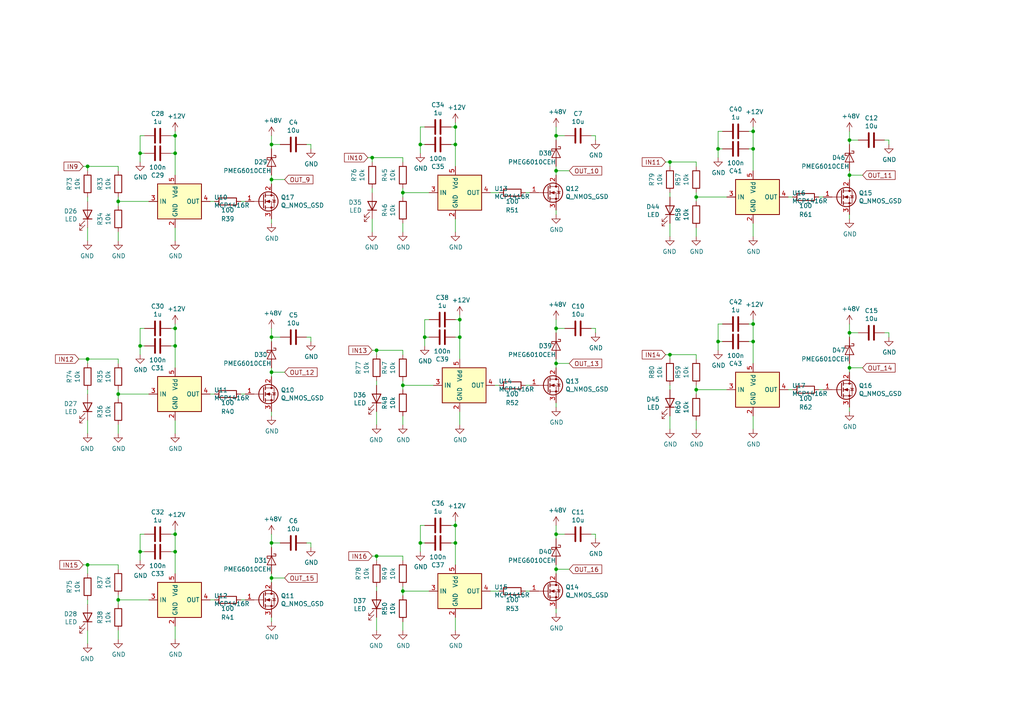
<source format=kicad_sch>
(kicad_sch (version 20230121) (generator eeschema)
  (paper "A4")
  (junction (at 201.93 113.03))
  (junction (at 34.29 114.3))
  (junction (at 218.44 99.06))
  (junction (at 161.29 95.25))
  (junction (at 107.95 45.72))
  (junction (at 246.38 96.52))
  (junction (at 218.44 38.1))
  (junction (at 50.8 100.33))
  (junction (at 161.29 49.53))
  (junction (at 161.29 165.1))
  (junction (at 246.38 40.64))
  (junction (at 78.74 107.95))
  (junction (at 161.29 154.94))
  (junction (at 218.44 43.18))
  (junction (at 194.31 102.87))
  (junction (at 121.92 157.48))
  (junction (at 25.4 163.83))
  (junction (at 132.08 36.83))
  (junction (at 123.19 97.79))
  (junction (at 218.44 93.98))
  (junction (at 109.22 161.29))
  (junction (at 246.38 50.8))
  (junction (at 50.8 44.45))
  (junction (at 50.8 95.25))
  (junction (at 78.74 41.91))
  (junction (at 116.84 111.76))
  (junction (at 132.08 152.4))
  (junction (at 121.92 41.91))
  (junction (at 161.29 105.41))
  (junction (at 50.8 160.02))
  (junction (at 161.29 39.37))
  (junction (at 40.64 44.45))
  (junction (at 50.8 154.94))
  (junction (at 132.08 157.48))
  (junction (at 208.28 99.06))
  (junction (at 246.38 106.68))
  (junction (at 25.4 104.14))
  (junction (at 50.8 39.37))
  (junction (at 78.74 52.07))
  (junction (at 116.84 171.45))
  (junction (at 34.29 58.42))
  (junction (at 132.08 41.91))
  (junction (at 40.64 160.02))
  (junction (at 194.31 46.99))
  (junction (at 78.74 157.48))
  (junction (at 40.64 100.33))
  (junction (at 133.35 97.79))
  (junction (at 208.28 43.18))
  (junction (at 116.84 55.88))
  (junction (at 133.35 92.71))
  (junction (at 78.74 97.79))
  (junction (at 34.29 173.99))
  (junction (at 201.93 57.15))
  (junction (at 25.4 48.26))
  (junction (at 109.22 101.6))
  (junction (at 78.74 167.64))
  (wire (pts (xy 218.44 93.98) (xy 218.44 92.71)))
  (wire (pts (xy 50.8 181.61) (xy 50.8 185.42)))
  (wire (pts (xy 116.84 111.76) (xy 116.84 113.03)))
  (wire (pts (xy 116.84 171.45) (xy 124.46 171.45)))
  (wire (pts (xy 201.93 111.76) (xy 201.93 113.03)))
  (wire (pts (xy 132.08 36.83) (xy 132.08 35.56)))
  (wire (pts (xy 109.22 162.56) (xy 109.22 161.29)))
  (wire (pts (xy 201.93 102.87) (xy 201.93 104.14)))
  (wire (pts (xy 161.29 36.83) (xy 161.29 39.37)))
  (wire (pts (xy 123.19 41.91) (xy 121.92 41.91)))
  (wire (pts (xy 116.84 120.65) (xy 116.84 123.19)))
  (wire (pts (xy 34.29 123.19) (xy 34.29 125.73)))
  (wire (pts (xy 172.72 40.64) (xy 172.72 39.37)))
  (wire (pts (xy 78.74 107.95) (xy 78.74 109.22)))
  (wire (pts (xy 90.17 43.18) (xy 90.17 41.91)))
  (wire (pts (xy 60.96 58.42) (xy 62.23 58.42)))
  (wire (pts (xy 116.84 161.29) (xy 116.84 162.56)))
  (wire (pts (xy 161.29 163.83) (xy 161.29 165.1)))
  (wire (pts (xy 109.22 179.07) (xy 109.22 182.88)))
  (wire (pts (xy 161.29 105.41) (xy 165.1 105.41)))
  (wire (pts (xy 40.64 95.25) (xy 40.64 100.33)))
  (wire (pts (xy 81.28 97.79) (xy 78.74 97.79)))
  (wire (pts (xy 123.19 97.79) (xy 123.19 100.33)))
  (wire (pts (xy 116.84 64.77) (xy 116.84 67.31)))
  (wire (pts (xy 49.53 39.37) (xy 50.8 39.37)))
  (wire (pts (xy 78.74 106.68) (xy 78.74 107.95)))
  (wire (pts (xy 34.29 163.83) (xy 34.29 165.1)))
  (wire (pts (xy 69.85 58.42) (xy 71.12 58.42)))
  (wire (pts (xy 218.44 105.41) (xy 218.44 99.06)))
  (wire (pts (xy 25.4 48.26) (xy 34.29 48.26)))
  (wire (pts (xy 171.45 39.37) (xy 172.72 39.37)))
  (wire (pts (xy 161.29 105.41) (xy 161.29 106.68)))
  (wire (pts (xy 49.53 95.25) (xy 50.8 95.25)))
  (wire (pts (xy 194.31 55.88) (xy 194.31 57.15)))
  (wire (pts (xy 246.38 106.68) (xy 250.19 106.68)))
  (wire (pts (xy 161.29 118.11) (xy 161.29 116.84)))
  (wire (pts (xy 194.31 48.26) (xy 194.31 46.99)))
  (wire (pts (xy 34.29 58.42) (xy 34.29 59.69)))
  (wire (pts (xy 123.19 152.4) (xy 121.92 152.4)))
  (wire (pts (xy 50.8 50.8) (xy 50.8 44.45)))
  (wire (pts (xy 132.08 179.07) (xy 132.08 182.88)))
  (wire (pts (xy 109.22 161.29) (xy 116.84 161.29)))
  (wire (pts (xy 50.8 154.94) (xy 50.8 153.67)))
  (wire (pts (xy 34.29 104.14) (xy 34.29 105.41)))
  (wire (pts (xy 210.82 113.03) (xy 201.93 113.03)))
  (wire (pts (xy 217.17 99.06) (xy 218.44 99.06)))
  (wire (pts (xy 25.4 163.83) (xy 25.4 166.37)))
  (wire (pts (xy 107.95 63.5) (xy 107.95 67.31)))
  (wire (pts (xy 193.04 102.87) (xy 194.31 102.87)))
  (wire (pts (xy 246.38 106.68) (xy 246.38 107.95)))
  (wire (pts (xy 49.53 100.33) (xy 50.8 100.33)))
  (wire (pts (xy 217.17 93.98) (xy 218.44 93.98)))
  (wire (pts (xy 50.8 39.37) (xy 50.8 38.1)))
  (wire (pts (xy 161.29 49.53) (xy 161.29 50.8)))
  (wire (pts (xy 34.29 173.99) (xy 34.29 175.26)))
  (wire (pts (xy 25.4 66.04) (xy 25.4 69.85)))
  (wire (pts (xy 132.08 63.5) (xy 132.08 67.31)))
  (wire (pts (xy 217.17 38.1) (xy 218.44 38.1)))
  (wire (pts (xy 256.54 96.52) (xy 257.81 96.52)))
  (wire (pts (xy 132.08 41.91) (xy 132.08 36.83)))
  (wire (pts (xy 109.22 170.18) (xy 109.22 171.45)))
  (wire (pts (xy 246.38 49.53) (xy 246.38 50.8)))
  (wire (pts (xy 121.92 152.4) (xy 121.92 157.48)))
  (wire (pts (xy 218.44 38.1) (xy 218.44 36.83)))
  (wire (pts (xy 218.44 64.77) (xy 218.44 68.58)))
  (wire (pts (xy 194.31 64.77) (xy 194.31 68.58)))
  (wire (pts (xy 78.74 154.94) (xy 78.74 157.48)))
  (wire (pts (xy 130.81 152.4) (xy 132.08 152.4)))
  (wire (pts (xy 25.4 105.41) (xy 25.4 104.14)))
  (wire (pts (xy 109.22 110.49) (xy 109.22 111.76)))
  (wire (pts (xy 25.4 57.15) (xy 25.4 58.42)))
  (wire (pts (xy 132.08 92.71) (xy 133.35 92.71)))
  (wire (pts (xy 34.29 182.88) (xy 34.29 185.42)))
  (wire (pts (xy 163.83 39.37) (xy 161.29 39.37)))
  (wire (pts (xy 25.4 121.92) (xy 25.4 125.73)))
  (wire (pts (xy 161.29 165.1) (xy 165.1 165.1)))
  (wire (pts (xy 201.93 57.15) (xy 201.93 58.42)))
  (wire (pts (xy 109.22 119.38) (xy 109.22 123.19)))
  (wire (pts (xy 60.96 114.3) (xy 62.23 114.3)))
  (wire (pts (xy 194.31 104.14) (xy 194.31 102.87)))
  (wire (pts (xy 161.29 39.37) (xy 161.29 40.64)))
  (wire (pts (xy 130.81 157.48) (xy 132.08 157.48)))
  (wire (pts (xy 194.31 120.65) (xy 194.31 124.46)))
  (wire (pts (xy 124.46 55.88) (xy 116.84 55.88)))
  (wire (pts (xy 124.46 92.71) (xy 123.19 92.71)))
  (wire (pts (xy 132.08 152.4) (xy 132.08 151.13)))
  (wire (pts (xy 78.74 180.34) (xy 78.74 179.07)))
  (wire (pts (xy 43.18 173.99) (xy 34.29 173.99)))
  (wire (pts (xy 172.72 156.21) (xy 172.72 154.94)))
  (wire (pts (xy 109.22 101.6) (xy 116.84 101.6)))
  (wire (pts (xy 217.17 43.18) (xy 218.44 43.18)))
  (wire (pts (xy 50.8 121.92) (xy 50.8 125.73)))
  (wire (pts (xy 40.64 100.33) (xy 40.64 102.87)))
  (wire (pts (xy 40.64 160.02) (xy 40.64 162.56)))
  (wire (pts (xy 142.24 55.88) (xy 144.78 55.88)))
  (wire (pts (xy 161.29 48.26) (xy 161.29 49.53)))
  (wire (pts (xy 161.29 92.71) (xy 161.29 95.25)))
  (wire (pts (xy 41.91 100.33) (xy 40.64 100.33)))
  (wire (pts (xy 24.13 48.26) (xy 25.4 48.26)))
  (wire (pts (xy 171.45 95.25) (xy 172.72 95.25)))
  (wire (pts (xy 50.8 100.33) (xy 50.8 95.25)))
  (wire (pts (xy 161.29 165.1) (xy 161.29 166.37)))
  (wire (pts (xy 78.74 39.37) (xy 78.74 41.91)))
  (wire (pts (xy 81.28 41.91) (xy 78.74 41.91)))
  (wire (pts (xy 130.81 41.91) (xy 132.08 41.91)))
  (wire (pts (xy 218.44 120.65) (xy 218.44 124.46)))
  (wire (pts (xy 78.74 64.77) (xy 78.74 63.5)))
  (wire (pts (xy 78.74 157.48) (xy 78.74 158.75)))
  (wire (pts (xy 133.35 104.14) (xy 133.35 97.79)))
  (wire (pts (xy 218.44 43.18) (xy 218.44 38.1)))
  (wire (pts (xy 133.35 97.79) (xy 133.35 92.71)))
  (wire (pts (xy 172.72 96.52) (xy 172.72 95.25)))
  (wire (pts (xy 90.17 99.06) (xy 90.17 97.79)))
  (wire (pts (xy 246.38 50.8) (xy 250.19 50.8)))
  (wire (pts (xy 41.91 95.25) (xy 40.64 95.25)))
  (wire (pts (xy 107.95 101.6) (xy 109.22 101.6)))
  (wire (pts (xy 228.6 57.15) (xy 229.87 57.15)))
  (wire (pts (xy 107.95 45.72) (xy 116.84 45.72)))
  (wire (pts (xy 208.28 38.1) (xy 208.28 43.18)))
  (wire (pts (xy 25.4 163.83) (xy 34.29 163.83)))
  (wire (pts (xy 161.29 104.14) (xy 161.29 105.41)))
  (wire (pts (xy 209.55 38.1) (xy 208.28 38.1)))
  (wire (pts (xy 78.74 41.91) (xy 78.74 43.18)))
  (wire (pts (xy 246.38 96.52) (xy 246.38 97.79)))
  (wire (pts (xy 88.9 41.91) (xy 90.17 41.91)))
  (wire (pts (xy 132.08 48.26) (xy 132.08 41.91)))
  (wire (pts (xy 40.64 154.94) (xy 40.64 160.02)))
  (wire (pts (xy 152.4 171.45) (xy 153.67 171.45)))
  (wire (pts (xy 208.28 93.98) (xy 208.28 99.06)))
  (wire (pts (xy 201.93 113.03) (xy 201.93 114.3)))
  (wire (pts (xy 78.74 52.07) (xy 78.74 53.34)))
  (wire (pts (xy 237.49 113.03) (xy 238.76 113.03)))
  (wire (pts (xy 88.9 97.79) (xy 90.17 97.79)))
  (wire (pts (xy 121.92 36.83) (xy 121.92 41.91)))
  (wire (pts (xy 201.93 55.88) (xy 201.93 57.15)))
  (wire (pts (xy 248.92 96.52) (xy 246.38 96.52)))
  (wire (pts (xy 50.8 44.45) (xy 50.8 39.37)))
  (wire (pts (xy 116.84 180.34) (xy 116.84 182.88)))
  (wire (pts (xy 50.8 160.02) (xy 50.8 154.94)))
  (wire (pts (xy 161.29 177.8) (xy 161.29 176.53)))
  (wire (pts (xy 50.8 66.04) (xy 50.8 69.85)))
  (wire (pts (xy 116.84 110.49) (xy 116.84 111.76)))
  (wire (pts (xy 121.92 157.48) (xy 121.92 160.02)))
  (wire (pts (xy 116.84 101.6) (xy 116.84 102.87)))
  (wire (pts (xy 246.38 38.1) (xy 246.38 40.64)))
  (wire (pts (xy 78.74 97.79) (xy 78.74 99.06)))
  (wire (pts (xy 123.19 157.48) (xy 121.92 157.48)))
  (wire (pts (xy 218.44 49.53) (xy 218.44 43.18)))
  (wire (pts (xy 50.8 106.68) (xy 50.8 100.33)))
  (wire (pts (xy 43.18 58.42) (xy 34.29 58.42)))
  (wire (pts (xy 78.74 50.8) (xy 78.74 52.07)))
  (wire (pts (xy 60.96 173.99) (xy 62.23 173.99)))
  (wire (pts (xy 193.04 46.99) (xy 194.31 46.99)))
  (wire (pts (xy 78.74 120.65) (xy 78.74 119.38)))
  (wire (pts (xy 163.83 154.94) (xy 161.29 154.94)))
  (wire (pts (xy 133.35 119.38) (xy 133.35 123.19)))
  (wire (pts (xy 246.38 105.41) (xy 246.38 106.68)))
  (wire (pts (xy 161.29 154.94) (xy 161.29 156.21)))
  (wire (pts (xy 246.38 119.38) (xy 246.38 118.11)))
  (wire (pts (xy 24.13 163.83) (xy 25.4 163.83)))
  (wire (pts (xy 143.51 111.76) (xy 144.78 111.76)))
  (wire (pts (xy 116.84 54.61) (xy 116.84 55.88)))
  (wire (pts (xy 40.64 44.45) (xy 40.64 46.99)))
  (wire (pts (xy 116.84 45.72) (xy 116.84 46.99)))
  (wire (pts (xy 41.91 160.02) (xy 40.64 160.02)))
  (wire (pts (xy 201.93 121.92) (xy 201.93 124.46)))
  (wire (pts (xy 218.44 99.06) (xy 218.44 93.98)))
  (wire (pts (xy 194.31 102.87) (xy 201.93 102.87)))
  (wire (pts (xy 78.74 166.37) (xy 78.74 167.64)))
  (wire (pts (xy 246.38 93.98) (xy 246.38 96.52)))
  (wire (pts (xy 161.29 62.23) (xy 161.29 60.96)))
  (wire (pts (xy 41.91 44.45) (xy 40.64 44.45)))
  (wire (pts (xy 116.84 171.45) (xy 116.84 172.72)))
  (wire (pts (xy 256.54 40.64) (xy 257.81 40.64)))
  (wire (pts (xy 209.55 93.98) (xy 208.28 93.98)))
  (wire (pts (xy 69.85 114.3) (xy 71.12 114.3)))
  (wire (pts (xy 210.82 57.15) (xy 201.93 57.15)))
  (wire (pts (xy 106.68 45.72) (xy 107.95 45.72)))
  (wire (pts (xy 116.84 170.18) (xy 116.84 171.45)))
  (wire (pts (xy 81.28 157.48) (xy 78.74 157.48)))
  (wire (pts (xy 237.49 57.15) (xy 238.76 57.15)))
  (wire (pts (xy 50.8 95.25) (xy 50.8 93.98)))
  (wire (pts (xy 257.81 97.79) (xy 257.81 96.52)))
  (wire (pts (xy 49.53 160.02) (xy 50.8 160.02)))
  (wire (pts (xy 107.95 161.29) (xy 109.22 161.29)))
  (wire (pts (xy 201.93 66.04) (xy 201.93 68.58)))
  (wire (pts (xy 133.35 92.71) (xy 133.35 91.44)))
  (wire (pts (xy 78.74 167.64) (xy 82.55 167.64)))
  (wire (pts (xy 132.08 97.79) (xy 133.35 97.79)))
  (wire (pts (xy 209.55 99.06) (xy 208.28 99.06)))
  (wire (pts (xy 132.08 163.83) (xy 132.08 157.48)))
  (wire (pts (xy 123.19 36.83) (xy 121.92 36.83)))
  (wire (pts (xy 246.38 50.8) (xy 246.38 52.07)))
  (wire (pts (xy 152.4 111.76) (xy 153.67 111.76)))
  (wire (pts (xy 41.91 39.37) (xy 40.64 39.37)))
  (wire (pts (xy 90.17 158.75) (xy 90.17 157.48)))
  (wire (pts (xy 49.53 44.45) (xy 50.8 44.45)))
  (wire (pts (xy 161.29 49.53) (xy 165.1 49.53)))
  (wire (pts (xy 107.95 54.61) (xy 107.95 55.88)))
  (wire (pts (xy 50.8 166.37) (xy 50.8 160.02)))
  (wire (pts (xy 40.64 39.37) (xy 40.64 44.45)))
  (wire (pts (xy 130.81 36.83) (xy 132.08 36.83)))
  (wire (pts (xy 208.28 43.18) (xy 208.28 45.72)))
  (wire (pts (xy 78.74 52.07) (xy 82.55 52.07)))
  (wire (pts (xy 34.29 57.15) (xy 34.29 58.42)))
  (wire (pts (xy 152.4 55.88) (xy 153.67 55.88)))
  (wire (pts (xy 25.4 173.99) (xy 25.4 175.26)))
  (wire (pts (xy 201.93 46.99) (xy 201.93 48.26)))
  (wire (pts (xy 161.29 152.4) (xy 161.29 154.94)))
  (wire (pts (xy 163.83 95.25) (xy 161.29 95.25)))
  (wire (pts (xy 34.29 114.3) (xy 34.29 115.57)))
  (wire (pts (xy 123.19 92.71) (xy 123.19 97.79)))
  (wire (pts (xy 69.85 173.99) (xy 71.12 173.99)))
  (wire (pts (xy 246.38 63.5) (xy 246.38 62.23)))
  (wire (pts (xy 25.4 104.14) (xy 34.29 104.14)))
  (wire (pts (xy 246.38 40.64) (xy 246.38 41.91)))
  (wire (pts (xy 49.53 154.94) (xy 50.8 154.94)))
  (wire (pts (xy 34.29 48.26) (xy 34.29 49.53)))
  (wire (pts (xy 257.81 41.91) (xy 257.81 40.64)))
  (wire (pts (xy 161.29 95.25) (xy 161.29 96.52)))
  (wire (pts (xy 78.74 107.95) (xy 82.55 107.95)))
  (wire (pts (xy 25.4 113.03) (xy 25.4 114.3)))
  (wire (pts (xy 121.92 41.91) (xy 121.92 44.45)))
  (wire (pts (xy 34.29 172.72) (xy 34.29 173.99)))
  (wire (pts (xy 88.9 157.48) (xy 90.17 157.48)))
  (wire (pts (xy 194.31 46.99) (xy 201.93 46.99)))
  (wire (pts (xy 142.24 171.45) (xy 144.78 171.45)))
  (wire (pts (xy 78.74 95.25) (xy 78.74 97.79)))
  (wire (pts (xy 34.29 67.31) (xy 34.29 69.85)))
  (wire (pts (xy 208.28 99.06) (xy 208.28 101.6)))
  (wire (pts (xy 228.6 113.03) (xy 229.87 113.03)))
  (wire (pts (xy 41.91 154.94) (xy 40.64 154.94)))
  (wire (pts (xy 78.74 167.64) (xy 78.74 168.91)))
  (wire (pts (xy 25.4 182.88) (xy 25.4 186.69)))
  (wire (pts (xy 116.84 55.88) (xy 116.84 57.15)))
  (wire (pts (xy 109.22 102.87) (xy 109.22 101.6)))
  (wire (pts (xy 25.4 49.53) (xy 25.4 48.26)))
  (wire (pts (xy 248.92 40.64) (xy 246.38 40.64)))
  (wire (pts (xy 43.18 114.3) (xy 34.29 114.3)))
  (wire (pts (xy 34.29 113.03) (xy 34.29 114.3)))
  (wire (pts (xy 171.45 154.94) (xy 172.72 154.94)))
  (wire (pts (xy 124.46 97.79) (xy 123.19 97.79)))
  (wire (pts (xy 209.55 43.18) (xy 208.28 43.18)))
  (wire (pts (xy 194.31 111.76) (xy 194.31 113.03)))
  (wire (pts (xy 107.95 46.99) (xy 107.95 45.72)))
  (wire (pts (xy 116.84 111.76) (xy 125.73 111.76)))
  (wire (pts (xy 132.08 157.48) (xy 132.08 152.4)))
  (wire (pts (xy 22.86 104.14) (xy 25.4 104.14)))
  (global_label "OUT_16" (shape input) (at 165.1 165.1 0) (property "Intersheetrefs" "${INTERSHEET_REFS}" (effects hide)))
  (global_label "IN13" (shape input) (at 107.95 101.6 180) (property "Intersheetrefs" "${INTERSHEET_REFS}" (effects hide)))
  (global_label "IN9" (shape input) (at 24.13 48.26 180) (property "Intersheetrefs" "${INTERSHEET_REFS}" (effects hide)))
  (global_label "IN15" (shape input) (at 24.13 163.83 180) (property "Intersheetrefs" "${INTERSHEET_REFS}" (effects hide)))
  (global_label "OUT_15" (shape input) (at 82.55 167.64 0) (property "Intersheetrefs" "${INTERSHEET_REFS}" (effects hide)))
  (global_label "OUT_13" (shape input) (at 165.1 105.41 0) (property "Intersheetrefs" "${INTERSHEET_REFS}" (effects hide)))
  (global_label "IN10" (shape input) (at 106.68 45.72 180) (property "Intersheetrefs" "${INTERSHEET_REFS}" (effects hide)))
  (global_label "OUT_9" (shape input) (at 82.55 52.07 0) (property "Intersheetrefs" "${INTERSHEET_REFS}" (effects hide)))
  (global_label "IN16" (shape input) (at 107.95 161.29 180) (property "Intersheetrefs" "${INTERSHEET_REFS}" (effects hide)))
  (global_label "OUT_11" (shape input) (at 250.19 50.8 0) (property "Intersheetrefs" "${INTERSHEET_REFS}" (effects hide)))
  (global_label "IN14" (shape input) (at 193.04 102.87 180) (property "Intersheetrefs" "${INTERSHEET_REFS}" (effects hide)))
  (global_label "OUT_14" (shape input) (at 250.19 106.68 0) (property "Intersheetrefs" "${INTERSHEET_REFS}" (effects hide)))
  (global_label "IN11" (shape input) (at 193.04 46.99 180) (property "Intersheetrefs" "${INTERSHEET_REFS}" (effects hide)))
  (global_label "IN12" (shape input) (at 22.86 104.14 180) (property "Intersheetrefs" "${INTERSHEET_REFS}" (effects hide)))
  (global_label "OUT_10" (shape input) (at 165.1 49.53 0) (property "Intersheetrefs" "${INTERSHEET_REFS}" (effects hide)))
  (global_label "OUT_12" (shape input) (at 82.55 107.95 0) (property "Intersheetrefs" "${INTERSHEET_REFS}" (effects hide)))
  (symbol (lib_id "Diode:PMEG6010CEH") (at 78.74 46.99 270) (unit 1)
    (property "Reference" "D29" (at 73.66 46.99 90) (effects (justify left)))
    (property "Value" "PMEG6010CEH" (at 64.77 49.53 90) (effects (justify left)))
    (property "Footprint" "MK_Footprints:D_SOD_128_2" (effects hide))
    (property "Datasheet" "https://assets.nexperia.com/documents/data-sheet/PMEG6010CEH_PMEG6010CEJ.pdf" (effects hide))
    (property "Hersteller Nr." "PMEG6010CEH-QX" (effects hide))
    (instances (project "Magnetsteuerung_v2.1" (path "" (reference "D29") (unit 1)) (path "" (reference "D?") (unit 1))))
  )
  (symbol (lib_id "power:GND") (at 78.74 64.77 0) (unit 1)
    (property "Reference" "#PWR0119" (effects hide))
    (property "Value" "GND" (at 78.867 69.1642 0))
    (instances (project "Magnetsteuerung_v2.1" (path "" (reference "#PWR0119") (unit 1)) (path "" (reference "#PWR?") (unit 1))))
  )
  (symbol (lib_id "Device:R") (at 66.04 58.42 90) (unit 1)
    (property "Reference" "R39" (at 66.04 63.5 90))
    (property "Value" "100" (at 66.04 60.96 90))
    (property "Footprint" "Resistor_SMD:R_0603_1608Metric" (effects hide))
    (property "Hersteller Nr." "RCG0603100RFKEA" (effects hide))
    (instances (project "Magnetsteuerung_v2.1" (path "" (reference "R39") (unit 1)) (path "" (reference "R?") (unit 1))))
  )
  (symbol (lib_id "Device:R") (at 34.29 63.5 180) (unit 1)
    (property "Reference" "R34" (at 29.0322 63.5 90))
    (property "Value" "10k" (at 31.3436 63.5 90))
    (property "Footprint" "Resistor_SMD:R_0603_1608Metric" (effects hide))
    (property "Hersteller Nr." "RCG060310K0FKEA" (effects hide))
    (instances (project "Magnetsteuerung_v2.1" (path "" (reference "R34") (unit 1)) (path "" (reference "R?") (unit 1))))
  )
  (symbol (lib_id "Device:R") (at 34.29 53.34 180) (unit 1)
    (property "Reference" "R33" (at 29.0322 53.34 90))
    (property "Value" "10k" (at 31.3436 53.34 90))
    (property "Footprint" "Resistor_SMD:R_0603_1608Metric" (effects hide))
    (property "Hersteller Nr." "RCG060310K0FKEA" (effects hide))
    (instances (project "Magnetsteuerung_v2.1" (path "" (reference "R33") (unit 1)) (path "" (reference "R?") (unit 1))))
  )
  (symbol (lib_id "power:GND") (at 25.4 69.85 0) (mirror y) (unit 1)
    (property "Reference" "#PWR0172" (effects hide))
    (property "Value" "GND" (at 25.273 74.2442 0))
    (instances (project "Magnetsteuerung_v2.1" (path "" (reference "#PWR0172") (unit 1)) (path "" (reference "#PWR?") (unit 1))))
  )
  (symbol (lib_id "Device:LED") (at 25.4 62.23 270) (mirror x) (unit 1)
    (property "Reference" "D26" (at 22.4282 61.2394 90) (effects (justify right)))
    (property "Value" "LED" (at 22.4282 63.5508 90) (effects (justify right)))
    (property "Footprint" "LED_SMD:LED_0603_1608Metric" (effects hide))
    (property "Hersteller Nr." "150060VS55040" (effects hide))
    (instances (project "Magnetsteuerung_v2.1" (path "" (reference "D26") (unit 1)) (path "" (reference "D?") (unit 1))))
  )
  (symbol (lib_id "Device:Q_NMOS_GDS") (at 158.75 55.88 0) (unit 1)
    (property "Reference" "Q12" (at 163.9824 54.7116 0) (effects (justify left)))
    (property "Value" "Q_NMOS_GSD" (at 163.9824 57.023 0) (effects (justify left)))
    (property "Footprint" "Package_TO_SOT_SMD:TO-252-2" (effects hide))
    (property "Datasheet" "https://www.diodes.com/assets/Datasheets/DMN10H220LK3.pdf" (effects hide))
    (property "Hersteller Nr." "DMN10H220LK3-13" (effects hide))
    (property "Mouser Nr." "621-DMN10H220LK3-13" (effects hide))
    (instances (project "Magnetsteuerung_v2.1" (path "" (reference "Q12") (unit 1)) (path "" (reference "Q?") (unit 1))))
  )
  (symbol (lib_id "Diode:PMEG6010CEH") (at 161.29 44.45 270) (unit 1)
    (property "Reference" "D38" (at 156.21 44.45 90) (effects (justify left)))
    (property "Value" "PMEG6010CEH" (at 147.32 46.99 90) (effects (justify left)))
    (property "Footprint" "MK_Footprints:D_SOD_128_2" (effects hide))
    (property "Datasheet" "https://assets.nexperia.com/documents/data-sheet/PMEG6010CEH_PMEG6010CEJ.pdf" (effects hide))
    (property "Hersteller Nr." "PMEG6010CEH-QX" (effects hide))
    (instances (project "Magnetsteuerung_v2.1" (path "" (reference "D38") (unit 1)) (path "" (reference "D?") (unit 1))))
  )
  (symbol (lib_id "power:GND") (at 161.29 62.23 0) (unit 1)
    (property "Reference" "#PWR0175" (effects hide))
    (property "Value" "GND" (at 161.417 66.6242 0))
    (instances (project "Magnetsteuerung_v2.1" (path "" (reference "#PWR0175") (unit 1)) (path "" (reference "#PWR?") (unit 1))))
  )
  (symbol (lib_id "Device:R") (at 148.59 55.88 90) (unit 1)
    (property "Reference" "R51" (at 148.59 60.96 90))
    (property "Value" "100" (at 148.59 58.42 90))
    (property "Footprint" "Resistor_SMD:R_0603_1608Metric" (effects hide))
    (property "Hersteller Nr." "RCG0603100RFKEA" (effects hide))
    (instances (project "Magnetsteuerung_v2.1" (path "" (reference "R51") (unit 1)) (path "" (reference "R?") (unit 1))))
  )
  (symbol (lib_id "Device:R") (at 116.84 60.96 180) (unit 1)
    (property "Reference" "R46" (at 111.5822 60.96 90))
    (property "Value" "10k" (at 113.8936 60.96 90))
    (property "Footprint" "Resistor_SMD:R_0603_1608Metric" (effects hide))
    (property "Hersteller Nr." "RCG060310K0FKEA" (effects hide))
    (instances (project "Magnetsteuerung_v2.1" (path "" (reference "R46") (unit 1)) (path "" (reference "R?") (unit 1))))
  )
  (symbol (lib_id "Device:R") (at 116.84 50.8 180) (unit 1)
    (property "Reference" "R45" (at 111.5822 50.8 90))
    (property "Value" "10k" (at 113.8936 50.8 90))
    (property "Footprint" "Resistor_SMD:R_0603_1608Metric" (effects hide))
    (property "Hersteller Nr." "RCG060310K0FKEA" (effects hide))
    (instances (project "Magnetsteuerung_v2.1" (path "" (reference "R45") (unit 1)) (path "" (reference "R?") (unit 1))))
  )
  (symbol (lib_id "power:GND") (at 107.95 67.31 0) (mirror y) (unit 1)
    (property "Reference" "#PWR0178" (effects hide))
    (property "Value" "GND" (at 107.823 71.7042 0))
    (instances (project "Magnetsteuerung_v2.1" (path "" (reference "#PWR0178") (unit 1)) (path "" (reference "#PWR?") (unit 1))))
  )
  (symbol (lib_id "Device:LED") (at 107.95 59.69 270) (mirror x) (unit 1)
    (property "Reference" "D35" (at 104.9782 58.6994 90) (effects (justify right)))
    (property "Value" "LED" (at 104.9782 61.0108 90) (effects (justify right)))
    (property "Footprint" "LED_SMD:LED_0603_1608Metric" (effects hide))
    (property "Hersteller Nr." "150060VS55040" (effects hide))
    (instances (project "Magnetsteuerung_v2.1" (path "" (reference "D35") (unit 1)) (path "" (reference "D?") (unit 1))))
  )
  (symbol (lib_id "Device:Q_NMOS_GDS") (at 243.84 57.15 0) (unit 1)
    (property "Reference" "Q15" (at 249.0724 55.9816 0) (effects (justify left)))
    (property "Value" "Q_NMOS_GSD" (at 249.0724 58.293 0) (effects (justify left)))
    (property "Footprint" "Package_TO_SOT_SMD:TO-252-2" (effects hide))
    (property "Datasheet" "https://www.diodes.com/assets/Datasheets/DMN10H220LK3.pdf" (effects hide))
    (property "Hersteller Nr." "DMN10H220LK3-13" (effects hide))
    (property "Mouser Nr." "621-DMN10H220LK3-13" (effects hide))
    (instances (project "Magnetsteuerung_v2.1" (path "" (reference "Q15") (unit 1)) (path "" (reference "Q?") (unit 1))))
  )
  (symbol (lib_id "power:GND") (at 246.38 63.5 0) (unit 1)
    (property "Reference" "#PWR0181" (effects hide))
    (property "Value" "GND" (at 246.507 67.8942 0))
    (instances (project "Magnetsteuerung_v2.1" (path "" (reference "#PWR0181") (unit 1)) (path "" (reference "#PWR?") (unit 1))))
  )
  (symbol (lib_id "Device:R") (at 233.68 57.15 90) (unit 1)
    (property "Reference" "R61" (at 233.68 62.23 90))
    (property "Value" "100" (at 233.68 59.69 90))
    (property "Footprint" "Resistor_SMD:R_0603_1608Metric" (effects hide))
    (property "Hersteller Nr." "RCG0603100RFKEA" (effects hide))
    (instances (project "Magnetsteuerung_v2.1" (path "" (reference "R61") (unit 1)) (path "" (reference "R?") (unit 1))))
  )
  (symbol (lib_id "Device:R") (at 201.93 62.23 180) (unit 1)
    (property "Reference" "R58" (at 196.6722 62.23 90))
    (property "Value" "10k" (at 198.9836 62.23 90))
    (property "Footprint" "Resistor_SMD:R_0603_1608Metric" (effects hide))
    (property "Hersteller Nr." "RCG060310K0FKEA" (effects hide))
    (instances (project "Magnetsteuerung_v2.1" (path "" (reference "R58") (unit 1)) (path "" (reference "R?") (unit 1))))
  )
  (symbol (lib_id "Device:R") (at 201.93 52.07 180) (unit 1)
    (property "Reference" "R57" (at 196.6722 52.07 90))
    (property "Value" "10k" (at 198.9836 52.07 90))
    (property "Footprint" "Resistor_SMD:R_0603_1608Metric" (effects hide))
    (property "Hersteller Nr." "RCG060310K0FKEA" (effects hide))
    (instances (project "Magnetsteuerung_v2.1" (path "" (reference "R57") (unit 1)) (path "" (reference "R?") (unit 1))))
  )
  (symbol (lib_id "power:GND") (at 194.31 68.58 0) (mirror y) (unit 1)
    (property "Reference" "#PWR0184" (effects hide))
    (property "Value" "GND" (at 194.183 72.9742 0))
    (instances (project "Magnetsteuerung_v2.1" (path "" (reference "#PWR0184") (unit 1)) (path "" (reference "#PWR?") (unit 1))))
  )
  (symbol (lib_id "Device:LED") (at 194.31 60.96 270) (mirror x) (unit 1)
    (property "Reference" "D44" (at 191.3382 59.9694 90) (effects (justify right)))
    (property "Value" "LED" (at 191.3382 62.2808 90) (effects (justify right)))
    (property "Footprint" "LED_SMD:LED_0603_1608Metric" (effects hide))
    (property "Hersteller Nr." "150060VS55040" (effects hide))
    (instances (project "Magnetsteuerung_v2.1" (path "" (reference "D44") (unit 1)) (path "" (reference "D?") (unit 1))))
  )
  (symbol (lib_id "Device:Q_NMOS_GDS") (at 76.2 114.3 0) (unit 1)
    (property "Reference" "Q10" (at 81.4324 113.1316 0) (effects (justify left)))
    (property "Value" "Q_NMOS_GSD" (at 81.4324 115.443 0) (effects (justify left)))
    (property "Footprint" "Package_TO_SOT_SMD:TO-252-2" (effects hide))
    (property "Datasheet" "https://www.diodes.com/assets/Datasheets/DMN10H220LK3.pdf" (effects hide))
    (property "Hersteller Nr." "DMN10H220LK3-13" (effects hide))
    (property "Mouser Nr." "621-DMN10H220LK3-13" (effects hide))
    (instances (project "Magnetsteuerung_v2.1" (path "" (reference "Q10") (unit 1)) (path "" (reference "Q?") (unit 1))))
  )
  (symbol (lib_id "power:GND") (at 78.74 120.65 0) (unit 1)
    (property "Reference" "#PWR0187" (effects hide))
    (property "Value" "GND" (at 78.867 125.0442 0))
    (instances (project "Magnetsteuerung_v2.1" (path "" (reference "#PWR0187") (unit 1)) (path "" (reference "#PWR?") (unit 1))))
  )
  (symbol (lib_id "Device:R") (at 66.04 114.3 90) (unit 1)
    (property "Reference" "R40" (at 66.04 119.38 90))
    (property "Value" "100" (at 66.04 116.84 90))
    (property "Footprint" "Resistor_SMD:R_0603_1608Metric" (effects hide))
    (property "Hersteller Nr." "RCG0603100RFKEA" (effects hide))
    (instances (project "Magnetsteuerung_v2.1" (path "" (reference "R40") (unit 1)) (path "" (reference "R?") (unit 1))))
  )
  (symbol (lib_id "Device:R") (at 34.29 119.38 180) (unit 1)
    (property "Reference" "R36" (at 29.0322 119.38 90))
    (property "Value" "10k" (at 31.3436 119.38 90))
    (property "Footprint" "Resistor_SMD:R_0603_1608Metric" (effects hide))
    (property "Hersteller Nr." "RCG060310K0FKEA" (effects hide))
    (instances (project "Magnetsteuerung_v2.1" (path "" (reference "R36") (unit 1)) (path "" (reference "R?") (unit 1))))
  )
  (symbol (lib_id "Device:R") (at 34.29 109.22 180) (unit 1)
    (property "Reference" "R35" (at 29.0322 109.22 90))
    (property "Value" "10k" (at 31.3436 109.22 90))
    (property "Footprint" "Resistor_SMD:R_0603_1608Metric" (effects hide))
    (property "Hersteller Nr." "RCG060310K0FKEA" (effects hide))
    (instances (project "Magnetsteuerung_v2.1" (path "" (reference "R35") (unit 1)) (path "" (reference "R?") (unit 1))))
  )
  (symbol (lib_id "power:GND") (at 25.4 125.73 0) (mirror y) (unit 1)
    (property "Reference" "#PWR0190" (effects hide))
    (property "Value" "GND" (at 25.273 130.1242 0))
    (instances (project "Magnetsteuerung_v2.1" (path "" (reference "#PWR0190") (unit 1)) (path "" (reference "#PWR?") (unit 1))))
  )
  (symbol (lib_id "Device:LED") (at 25.4 118.11 270) (mirror x) (unit 1)
    (property "Reference" "D27" (at 22.4282 117.1194 90) (effects (justify right)))
    (property "Value" "LED" (at 22.4282 119.4308 90) (effects (justify right)))
    (property "Footprint" "LED_SMD:LED_0603_1608Metric" (effects hide))
    (property "Hersteller Nr." "150060VS55040" (effects hide))
    (instances (project "Magnetsteuerung_v2.1" (path "" (reference "D27") (unit 1)) (path "" (reference "D?") (unit 1))))
  )
  (symbol (lib_id "Device:Q_NMOS_GDS") (at 158.75 111.76 0) (unit 1)
    (property "Reference" "Q13" (at 163.9824 110.5916 0) (effects (justify left)))
    (property "Value" "Q_NMOS_GSD" (at 163.9824 112.903 0) (effects (justify left)))
    (property "Footprint" "Package_TO_SOT_SMD:TO-252-2" (effects hide))
    (property "Datasheet" "https://www.diodes.com/assets/Datasheets/DMN10H220LK3.pdf" (effects hide))
    (property "Hersteller Nr." "DMN10H220LK3-13" (effects hide))
    (property "Mouser Nr." "621-DMN10H220LK3-13" (effects hide))
    (instances (project "Magnetsteuerung_v2.1" (path "" (reference "Q13") (unit 1)) (path "" (reference "Q?") (unit 1))))
  )
  (symbol (lib_id "power:GND") (at 161.29 118.11 0) (unit 1)
    (property "Reference" "#PWR0193" (effects hide))
    (property "Value" "GND" (at 161.417 122.5042 0))
    (instances (project "Magnetsteuerung_v2.1" (path "" (reference "#PWR0193") (unit 1)) (path "" (reference "#PWR?") (unit 1))))
  )
  (symbol (lib_id "Device:R") (at 148.59 111.76 90) (unit 1)
    (property "Reference" "R52" (at 148.59 116.84 90))
    (property "Value" "100" (at 148.59 114.3 90))
    (property "Footprint" "Resistor_SMD:R_0603_1608Metric" (effects hide))
    (property "Hersteller Nr." "RCG0603100RFKEA" (effects hide))
    (instances (project "Magnetsteuerung_v2.1" (path "" (reference "R52") (unit 1)) (path "" (reference "R?") (unit 1))))
  )
  (symbol (lib_id "Device:R") (at 116.84 116.84 180) (unit 1)
    (property "Reference" "R48" (at 111.5822 116.84 90))
    (property "Value" "10k" (at 113.8936 116.84 90))
    (property "Footprint" "Resistor_SMD:R_0603_1608Metric" (effects hide))
    (property "Hersteller Nr." "RCG060310K0FKEA" (effects hide))
    (instances (project "Magnetsteuerung_v2.1" (path "" (reference "R48") (unit 1)) (path "" (reference "R?") (unit 1))))
  )
  (symbol (lib_id "Device:R") (at 116.84 106.68 180) (unit 1)
    (property "Reference" "R47" (at 111.5822 106.68 90))
    (property "Value" "10k" (at 113.8936 106.68 90))
    (property "Footprint" "Resistor_SMD:R_0603_1608Metric" (effects hide))
    (property "Hersteller Nr." "RCG060310K0FKEA" (effects hide))
    (instances (project "Magnetsteuerung_v2.1" (path "" (reference "R47") (unit 1)) (path "" (reference "R?") (unit 1))))
  )
  (symbol (lib_id "power:GND") (at 109.22 123.19 0) (mirror y) (unit 1)
    (property "Reference" "#PWR0196" (effects hide))
    (property "Value" "GND" (at 109.093 127.5842 0))
    (instances (project "Magnetsteuerung_v2.1" (path "" (reference "#PWR0196") (unit 1)) (path "" (reference "#PWR?") (unit 1))))
  )
  (symbol (lib_id "Device:LED") (at 109.22 115.57 270) (mirror x) (unit 1)
    (property "Reference" "D36" (at 106.2482 114.5794 90) (effects (justify right)))
    (property "Value" "LED" (at 106.2482 116.8908 90) (effects (justify right)))
    (property "Footprint" "LED_SMD:LED_0603_1608Metric" (effects hide))
    (property "Hersteller Nr." "150060VS55040" (effects hide))
    (instances (project "Magnetsteuerung_v2.1" (path "" (reference "D36") (unit 1)) (path "" (reference "D?") (unit 1))))
  )
  (symbol (lib_id "Device:Q_NMOS_GDS") (at 243.84 113.03 0) (unit 1)
    (property "Reference" "Q16" (at 249.0724 111.8616 0) (effects (justify left)))
    (property "Value" "Q_NMOS_GSD" (at 249.0724 114.173 0) (effects (justify left)))
    (property "Footprint" "Package_TO_SOT_SMD:TO-252-2" (effects hide))
    (property "Datasheet" "https://www.diodes.com/assets/Datasheets/DMN10H220LK3.pdf" (effects hide))
    (property "Hersteller Nr." "DMN10H220LK3-13" (effects hide))
    (property "Mouser Nr." "621-DMN10H220LK3-13" (effects hide))
    (instances (project "Magnetsteuerung_v2.1" (path "" (reference "Q16") (unit 1)) (path "" (reference "Q?") (unit 1))))
  )
  (symbol (lib_id "power:GND") (at 246.38 119.38 0) (unit 1)
    (property "Reference" "#PWR0199" (effects hide))
    (property "Value" "GND" (at 246.507 123.7742 0))
    (instances (project "Magnetsteuerung_v2.1" (path "" (reference "#PWR0199") (unit 1)) (path "" (reference "#PWR?") (unit 1))))
  )
  (symbol (lib_id "Device:R") (at 233.68 113.03 90) (unit 1)
    (property "Reference" "R62" (at 233.68 118.11 90))
    (property "Value" "100" (at 233.68 115.57 90))
    (property "Footprint" "Resistor_SMD:R_0603_1608Metric" (effects hide))
    (property "Hersteller Nr." "RCG0603100RFKEA" (effects hide))
    (instances (project "Magnetsteuerung_v2.1" (path "" (reference "R62") (unit 1)) (path "" (reference "R?") (unit 1))))
  )
  (symbol (lib_id "Device:R") (at 201.93 118.11 180) (unit 1)
    (property "Reference" "R60" (at 196.6722 118.11 90))
    (property "Value" "10k" (at 198.9836 118.11 90))
    (property "Footprint" "Resistor_SMD:R_0603_1608Metric" (effects hide))
    (property "Hersteller Nr." "RCG060310K0FKEA" (effects hide))
    (instances (project "Magnetsteuerung_v2.1" (path "" (reference "R60") (unit 1)) (path "" (reference "R?") (unit 1))))
  )
  (symbol (lib_id "Device:R") (at 201.93 107.95 180) (unit 1)
    (property "Reference" "R59" (at 196.6722 107.95 90))
    (property "Value" "10k" (at 198.9836 107.95 90))
    (property "Footprint" "Resistor_SMD:R_0603_1608Metric" (effects hide))
    (property "Hersteller Nr." "RCG060310K0FKEA" (effects hide))
    (instances (project "Magnetsteuerung_v2.1" (path "" (reference "R59") (unit 1)) (path "" (reference "R?") (unit 1))))
  )
  (symbol (lib_id "power:GND") (at 194.31 124.46 0) (unit 1)
    (property "Reference" "#PWR0202" (effects hide))
    (property "Value" "GND" (at 194.437 128.8542 0))
    (instances (project "Magnetsteuerung_v2.1" (path "" (reference "#PWR0202") (unit 1)) (path "" (reference "#PWR?") (unit 1))))
  )
  (symbol (lib_id "Device:LED") (at 194.31 116.84 270) (mirror x) (unit 1)
    (property "Reference" "D45" (at 191.3382 115.8494 90) (effects (justify right)))
    (property "Value" "LED" (at 191.3382 118.1608 90) (effects (justify right)))
    (property "Footprint" "LED_SMD:LED_0603_1608Metric" (effects hide))
    (property "Hersteller Nr." "150060VS55040" (effects hide))
    (instances (project "Magnetsteuerung_v2.1" (path "" (reference "D45") (unit 1)) (path "" (reference "D?") (unit 1))))
  )
  (symbol (lib_id "Device:Q_NMOS_GDS") (at 76.2 173.99 0) (unit 1)
    (property "Reference" "Q11" (at 81.4324 172.8216 0) (effects (justify left)))
    (property "Value" "Q_NMOS_GSD" (at 81.4324 175.133 0) (effects (justify left)))
    (property "Footprint" "Package_TO_SOT_SMD:TO-252-2" (effects hide))
    (property "Datasheet" "https://www.diodes.com/assets/Datasheets/DMN10H220LK3.pdf" (effects hide))
    (property "Hersteller Nr." "DMN10H220LK3-13" (effects hide))
    (property "Mouser Nr." "621-DMN10H220LK3-13" (effects hide))
    (instances (project "Magnetsteuerung_v2.1" (path "" (reference "Q11") (unit 1)) (path "" (reference "Q?") (unit 1))))
  )
  (symbol (lib_id "power:GND") (at 78.74 180.34 0) (unit 1)
    (property "Reference" "#PWR0205" (effects hide))
    (property "Value" "GND" (at 78.867 184.7342 0))
    (instances (project "Magnetsteuerung_v2.1" (path "" (reference "#PWR0205") (unit 1)) (path "" (reference "#PWR?") (unit 1))))
  )
  (symbol (lib_id "Device:R") (at 66.04 173.99 90) (unit 1)
    (property "Reference" "R41" (at 66.04 179.07 90))
    (property "Value" "100" (at 66.04 176.53 90))
    (property "Footprint" "Resistor_SMD:R_0603_1608Metric" (effects hide))
    (property "Hersteller Nr." "RCG0603100RFKEA" (effects hide))
    (instances (project "Magnetsteuerung_v2.1" (path "" (reference "R41") (unit 1)) (path "" (reference "R?") (unit 1))))
  )
  (symbol (lib_id "Device:R") (at 34.29 179.07 180) (unit 1)
    (property "Reference" "R38" (at 29.0322 179.07 90))
    (property "Value" "10k" (at 31.3436 179.07 90))
    (property "Footprint" "Resistor_SMD:R_0603_1608Metric" (effects hide))
    (property "Hersteller Nr." "RCG060310K0FKEA" (effects hide))
    (instances (project "Magnetsteuerung_v2.1" (path "" (reference "R38") (unit 1)) (path "" (reference "R?") (unit 1))))
  )
  (symbol (lib_id "Device:R") (at 34.29 168.91 180) (unit 1)
    (property "Reference" "R37" (at 29.0322 168.91 90))
    (property "Value" "10k" (at 31.3436 168.91 90))
    (property "Footprint" "Resistor_SMD:R_0603_1608Metric" (effects hide))
    (property "Hersteller Nr." "RCG060310K0FKEA" (effects hide))
    (instances (project "Magnetsteuerung_v2.1" (path "" (reference "R37") (unit 1)) (path "" (reference "R?") (unit 1))))
  )
  (symbol (lib_id "power:GND") (at 25.4 186.69 0) (mirror y) (unit 1)
    (property "Reference" "#PWR0208" (effects hide))
    (property "Value" "GND" (at 25.273 191.0842 0))
    (instances (project "Magnetsteuerung_v2.1" (path "" (reference "#PWR0208") (unit 1)) (path "" (reference "#PWR?") (unit 1))))
  )
  (symbol (lib_id "Device:LED") (at 25.4 179.07 270) (mirror x) (unit 1)
    (property "Reference" "D28" (at 22.4282 178.0794 90) (effects (justify right)))
    (property "Value" "LED" (at 22.4282 180.3908 90) (effects (justify right)))
    (property "Footprint" "LED_SMD:LED_0603_1608Metric" (effects hide))
    (property "Hersteller Nr." "150060VS55040" (effects hide))
    (instances (project "Magnetsteuerung_v2.1" (path "" (reference "D28") (unit 1)) (path "" (reference "D?") (unit 1))))
  )
  (symbol (lib_id "Device:Q_NMOS_GDS") (at 158.75 171.45 0) (unit 1)
    (property "Reference" "Q14" (at 163.9824 170.2816 0) (effects (justify left)))
    (property "Value" "Q_NMOS_GSD" (at 163.9824 172.593 0) (effects (justify left)))
    (property "Footprint" "Package_TO_SOT_SMD:TO-252-2" (effects hide))
    (property "Datasheet" "https://www.diodes.com/assets/Datasheets/DMN10H220LK3.pdf" (effects hide))
    (property "Hersteller Nr." "DMN10H220LK3-13" (effects hide))
    (property "Mouser Nr." "621-DMN10H220LK3-13" (effects hide))
    (instances (project "Magnetsteuerung_v2.1" (path "" (reference "Q14") (unit 1)) (path "" (reference "Q?") (unit 1))))
  )
  (symbol (lib_id "power:GND") (at 161.29 177.8 0) (unit 1)
    (property "Reference" "#PWR0210" (effects hide))
    (property "Value" "GND" (at 161.417 182.1942 0))
    (instances (project "Magnetsteuerung_v2.1" (path "" (reference "#PWR0210") (unit 1)) (path "" (reference "#PWR?") (unit 1))))
  )
  (symbol (lib_id "Device:R") (at 148.59 171.45 90) (unit 1)
    (property "Reference" "R53" (at 148.59 176.53 90))
    (property "Value" "100" (at 148.59 173.99 90))
    (property "Footprint" "Resistor_SMD:R_0603_1608Metric" (effects hide))
    (property "Hersteller Nr." "RCG0603100RFKEA" (effects hide))
    (instances (project "Magnetsteuerung_v2.1" (path "" (reference "R53") (unit 1)) (path "" (reference "R?") (unit 1))))
  )
  (symbol (lib_id "Device:R") (at 116.84 176.53 180) (unit 1)
    (property "Reference" "R50" (at 111.5822 176.53 90))
    (property "Value" "10k" (at 113.8936 176.53 90))
    (property "Footprint" "Resistor_SMD:R_0603_1608Metric" (effects hide))
    (property "Hersteller Nr." "RCG060310K0FKEA" (effects hide))
    (instances (project "Magnetsteuerung_v2.1" (path "" (reference "R50") (unit 1)) (path "" (reference "R?") (unit 1))))
  )
  (symbol (lib_id "Device:R") (at 116.84 166.37 180) (unit 1)
    (property "Reference" "R49" (at 111.5822 166.37 90))
    (property "Value" "10k" (at 113.8936 166.37 90))
    (property "Footprint" "Resistor_SMD:R_0603_1608Metric" (effects hide))
    (property "Hersteller Nr." "RCG060310K0FKEA" (effects hide))
    (instances (project "Magnetsteuerung_v2.1" (path "" (reference "R49") (unit 1)) (path "" (reference "R?") (unit 1))))
  )
  (symbol (lib_id "power:GND") (at 109.22 182.88 0) (mirror y) (unit 1)
    (property "Reference" "#PWR0213" (effects hide))
    (property "Value" "GND" (at 109.093 187.2742 0))
    (instances (project "Magnetsteuerung_v2.1" (path "" (reference "#PWR0213") (unit 1)) (path "" (reference "#PWR?") (unit 1))))
  )
  (symbol (lib_id "Device:LED") (at 109.22 175.26 270) (mirror x) (unit 1)
    (property "Reference" "D37" (at 106.2482 174.2694 90) (effects (justify right)))
    (property "Value" "LED" (at 106.2482 176.5808 90) (effects (justify right)))
    (property "Footprint" "LED_SMD:LED_0603_1608Metric" (effects hide))
    (property "Hersteller Nr." "150060VS55040" (effects hide))
    (instances (project "Magnetsteuerung_v2.1" (path "" (reference "D37") (unit 1)) (path "" (reference "D?") (unit 1))))
  )
  (symbol (lib_id "Diode:PMEG6010CEH") (at 246.38 45.72 270) (unit 1)
    (property "Reference" "D46" (at 241.3 45.72 90) (effects (justify left)))
    (property "Value" "PMEG6010CEH" (at 232.41 48.26 90) (effects (justify left)))
    (property "Footprint" "MK_Footprints:D_SOD_128_2" (effects hide))
    (property "Datasheet" "https://assets.nexperia.com/documents/data-sheet/PMEG6010CEH_PMEG6010CEJ.pdf" (effects hide))
    (property "Hersteller Nr." "PMEG6010CEH-QX" (effects hide))
    (instances (project "Magnetsteuerung_v2.1" (path "" (reference "D46") (unit 1)) (path "" (reference "D?") (unit 1))))
  )
  (symbol (lib_id "Diode:PMEG6010CEH") (at 78.74 102.87 270) (unit 1)
    (property "Reference" "D30" (at 73.66 102.87 90) (effects (justify left)))
    (property "Value" "PMEG6010CEH" (at 64.77 105.41 90) (effects (justify left)))
    (property "Footprint" "MK_Footprints:D_SOD_128_2" (effects hide))
    (property "Datasheet" "https://assets.nexperia.com/documents/data-sheet/PMEG6010CEH_PMEG6010CEJ.pdf" (effects hide))
    (property "Hersteller Nr." "PMEG6010CEH-QX" (effects hide))
    (instances (project "Magnetsteuerung_v2.1" (path "" (reference "D30") (unit 1)) (path "" (reference "D?") (unit 1))))
  )
  (symbol (lib_id "Diode:PMEG6010CEH") (at 161.29 100.33 270) (unit 1)
    (property "Reference" "D39" (at 156.21 100.33 90) (effects (justify left)))
    (property "Value" "PMEG6010CEH" (at 147.32 102.87 90) (effects (justify left)))
    (property "Footprint" "MK_Footprints:D_SOD_128_2" (effects hide))
    (property "Datasheet" "https://assets.nexperia.com/documents/data-sheet/PMEG6010CEH_PMEG6010CEJ.pdf" (effects hide))
    (property "Hersteller Nr." "PMEG6010CEH-QX" (effects hide))
    (instances (project "Magnetsteuerung_v2.1" (path "" (reference "D39") (unit 1)) (path "" (reference "D?") (unit 1))))
  )
  (symbol (lib_id "Diode:PMEG6010CEH") (at 246.38 101.6 270) (unit 1)
    (property "Reference" "D47" (at 241.3 101.6 90) (effects (justify left)))
    (property "Value" "PMEG6010CEH" (at 232.41 104.14 90) (effects (justify left)))
    (property "Footprint" "MK_Footprints:D_SOD_128_2" (effects hide))
    (property "Datasheet" "https://assets.nexperia.com/documents/data-sheet/PMEG6010CEH_PMEG6010CEJ.pdf" (effects hide))
    (property "Hersteller Nr." "PMEG6010CEH-QX" (effects hide))
    (instances (project "Magnetsteuerung_v2.1" (path "" (reference "D47") (unit 1)) (path "" (reference "D?") (unit 1))))
  )
  (symbol (lib_id "Diode:PMEG6010CEH") (at 78.74 162.56 270) (unit 1)
    (property "Reference" "D31" (at 73.66 162.56 90) (effects (justify left)))
    (property "Value" "PMEG6010CEH" (at 64.77 165.1 90) (effects (justify left)))
    (property "Footprint" "MK_Footprints:D_SOD_128_2" (effects hide))
    (property "Datasheet" "https://assets.nexperia.com/documents/data-sheet/PMEG6010CEH_PMEG6010CEJ.pdf" (effects hide))
    (property "Hersteller Nr." "PMEG6010CEH-QX" (effects hide))
    (instances (project "Magnetsteuerung_v2.1" (path "" (reference "D31") (unit 1)) (path "" (reference "D?") (unit 1))))
  )
  (symbol (lib_id "Diode:PMEG6010CEH") (at 161.29 160.02 270) (unit 1)
    (property "Reference" "D40" (at 156.21 160.02 90) (effects (justify left)))
    (property "Value" "PMEG6010CEH" (at 147.32 162.56 90) (effects (justify left)))
    (property "Footprint" "MK_Footprints:D_SOD_128_2" (effects hide))
    (property "Datasheet" "https://assets.nexperia.com/documents/data-sheet/PMEG6010CEH_PMEG6010CEJ.pdf" (effects hide))
    (property "Hersteller Nr." "PMEG6010CEH-QX" (effects hide))
    (instances (project "Magnetsteuerung_v2.1" (path "" (reference "D40") (unit 1)) (path "" (reference "D?") (unit 1))))
  )
  (symbol (lib_id "Device:Q_NMOS_GDS") (at 76.2 58.42 0) (unit 1)
    (property "Reference" "Q17" (at 81.4324 57.2516 0) (effects (justify left)))
    (property "Value" "Q_NMOS_GSD" (at 81.4324 59.563 0) (effects (justify left)))
    (property "Footprint" "Package_TO_SOT_SMD:TO-252-2" (effects hide))
    (property "Hersteller Nr." "DMN10H220LK3-13" (effects hide))
  )
  (symbol (lib_id "power:GND") (at 50.8 69.85 0) (unit 1)
    (property "Reference" "#PWR0166" (effects hide))
    (property "Value" "GND" (at 50.927 74.2442 0))
    (instances (project "Magnetsteuerung_v2.1" (path "" (reference "#PWR0166") (unit 1)) (path "" (reference "#PWR?") (unit 1))))
  )
  (symbol (lib_id "Driver_FET:MCP1416R") (at 50.8 58.42 0) (unit 1)
    (property "Reference" "U10" (at 62.0776 57.2516 0) (effects (justify left)))
    (property "Value" "MCP1416R" (at 62.0776 59.563 0) (effects (justify left)))
    (property "Footprint" "Package_TO_SOT_SMD:SOT-23-5" (effects hide))
    (property "Datasheet" "http://ww1.microchip.com/downloads/en/DeviceDoc/20002092F.pdf" (effects hide))
    (property "Hersteller Nr." "MCP1416RT-E/OT" (effects hide))
    (instances (project "Magnetsteuerung_v2.1" (path "" (reference "U10") (unit 1)) (path "" (reference "U?") (unit 1))))
  )
  (symbol (lib_id "power:GND") (at 50.8 125.73 0) (unit 1)
    (property "Reference" "#PWR0176" (effects hide))
    (property "Value" "GND" (at 50.927 130.1242 0))
    (instances (project "Magnetsteuerung_v2.1" (path "" (reference "#PWR0176") (unit 1)) (path "" (reference "#PWR?") (unit 1))))
  )
  (symbol (lib_id "Driver_FET:MCP1416R") (at 50.8 114.3 0) (unit 1)
    (property "Reference" "U11" (at 62.0776 113.1316 0) (effects (justify left)))
    (property "Value" "MCP1416R" (at 62.0776 115.443 0) (effects (justify left)))
    (property "Footprint" "Package_TO_SOT_SMD:SOT-23-5" (effects hide))
    (property "Datasheet" "http://ww1.microchip.com/downloads/en/DeviceDoc/20002092F.pdf" (effects hide))
    (property "Hersteller Nr." "MCP1416RT-E/OT" (effects hide))
    (instances (project "Magnetsteuerung_v2.1" (path "" (reference "U11") (unit 1)) (path "" (reference "U?") (unit 1))))
  )
  (symbol (lib_id "power:GND") (at 50.8 185.42 0) (unit 1)
    (property "Reference" "#PWR0182" (effects hide))
    (property "Value" "GND" (at 50.927 189.8142 0))
    (instances (project "Magnetsteuerung_v2.1" (path "" (reference "#PWR0182") (unit 1)) (path "" (reference "#PWR?") (unit 1))))
  )
  (symbol (lib_id "Driver_FET:MCP1416R") (at 50.8 173.99 0) (unit 1)
    (property "Reference" "U12" (at 62.0776 172.8216 0) (effects (justify left)))
    (property "Value" "MCP1416R" (at 62.0776 175.133 0) (effects (justify left)))
    (property "Footprint" "Package_TO_SOT_SMD:SOT-23-5" (effects hide))
    (property "Datasheet" "http://ww1.microchip.com/downloads/en/DeviceDoc/20002092F.pdf" (effects hide))
    (property "Hersteller Nr." "MCP1416RT-E/OT" (effects hide))
    (instances (project "Magnetsteuerung_v2.1" (path "" (reference "U12") (unit 1)) (path "" (reference "U?") (unit 1))))
  )
  (symbol (lib_id "power:GND") (at 132.08 67.31 0) (unit 1)
    (property "Reference" "#PWR0188" (effects hide))
    (property "Value" "GND" (at 132.207 71.7042 0))
    (instances (project "Magnetsteuerung_v2.1" (path "" (reference "#PWR0188") (unit 1)) (path "" (reference "#PWR?") (unit 1))))
  )
  (symbol (lib_id "Driver_FET:MCP1416R") (at 132.08 55.88 0) (unit 1)
    (property "Reference" "U13" (at 143.3576 54.7116 0) (effects (justify left)))
    (property "Value" "MCP1416R" (at 143.3576 57.023 0) (effects (justify left)))
    (property "Footprint" "Package_TO_SOT_SMD:SOT-23-5" (effects hide))
    (property "Datasheet" "http://ww1.microchip.com/downloads/en/DeviceDoc/20002092F.pdf" (effects hide))
    (property "Hersteller Nr." "MCP1416RT-E/OT" (effects hide))
    (instances (project "Magnetsteuerung_v2.1" (path "" (reference "U13") (unit 1)) (path "" (reference "U?") (unit 1))))
  )
  (symbol (lib_id "power:GND") (at 133.35 123.19 0) (unit 1)
    (property "Reference" "#PWR0194" (effects hide))
    (property "Value" "GND" (at 133.477 127.5842 0))
    (instances (project "Magnetsteuerung_v2.1" (path "" (reference "#PWR0194") (unit 1)) (path "" (reference "#PWR?") (unit 1))))
  )
  (symbol (lib_id "Driver_FET:MCP1416R") (at 133.35 111.76 0) (unit 1)
    (property "Reference" "U14" (at 144.6276 110.5916 0) (effects (justify left)))
    (property "Value" "MCP1416R" (at 144.6276 112.903 0) (effects (justify left)))
    (property "Footprint" "Package_TO_SOT_SMD:SOT-23-5" (effects hide))
    (property "Datasheet" "http://ww1.microchip.com/downloads/en/DeviceDoc/20002092F.pdf" (effects hide))
    (property "Hersteller Nr." "MCP1416RT-E/OT" (effects hide))
    (instances (project "Magnetsteuerung_v2.1" (path "" (reference "U14") (unit 1)) (path "" (reference "U?") (unit 1))))
  )
  (symbol (lib_id "power:GND") (at 132.08 182.88 0) (unit 1)
    (property "Reference" "#PWR0200" (effects hide))
    (property "Value" "GND" (at 132.207 187.2742 0))
    (instances (project "Magnetsteuerung_v2.1" (path "" (reference "#PWR0200") (unit 1)) (path "" (reference "#PWR?") (unit 1))))
  )
  (symbol (lib_id "Driver_FET:MCP1416R") (at 132.08 171.45 0) (unit 1)
    (property "Reference" "U15" (at 143.3576 170.2816 0) (effects (justify left)))
    (property "Value" "MCP1416R" (at 143.3576 172.593 0) (effects (justify left)))
    (property "Footprint" "Package_TO_SOT_SMD:SOT-23-5" (effects hide))
    (property "Datasheet" "http://ww1.microchip.com/downloads/en/DeviceDoc/20002092F.pdf" (effects hide))
    (property "Hersteller Nr." "MCP1416RT-E/OT" (effects hide))
    (instances (project "Magnetsteuerung_v2.1" (path "" (reference "U15") (unit 1)) (path "" (reference "U?") (unit 1))))
  )
  (symbol (lib_id "power:GND") (at 218.44 68.58 0) (unit 1)
    (property "Reference" "#PWR0206" (effects hide))
    (property "Value" "GND" (at 218.567 72.9742 0))
    (instances (project "Magnetsteuerung_v2.1" (path "" (reference "#PWR0206") (unit 1)) (path "" (reference "#PWR?") (unit 1))))
  )
  (symbol (lib_id "Driver_FET:MCP1416R") (at 218.44 57.15 0) (unit 1)
    (property "Reference" "U16" (at 229.7176 55.9816 0) (effects (justify left)))
    (property "Value" "MCP1416R" (at 229.7176 58.293 0) (effects (justify left)))
    (property "Footprint" "Package_TO_SOT_SMD:SOT-23-5" (effects hide))
    (property "Datasheet" "http://ww1.microchip.com/downloads/en/DeviceDoc/20002092F.pdf" (effects hide))
    (property "Hersteller Nr." "MCP1416RT-E/OT" (effects hide))
    (instances (project "Magnetsteuerung_v2.1" (path "" (reference "U16") (unit 1)) (path "" (reference "U?") (unit 1))))
  )
  (symbol (lib_id "power:GND") (at 218.44 124.46 0) (unit 1)
    (property "Reference" "#PWR0211" (effects hide))
    (property "Value" "GND" (at 218.567 128.8542 0))
    (instances (project "Magnetsteuerung_v2.1" (path "" (reference "#PWR0211") (unit 1)) (path "" (reference "#PWR?") (unit 1))))
  )
  (symbol (lib_id "Driver_FET:MCP1416R") (at 218.44 113.03 0) (unit 1)
    (property "Reference" "U17" (at 229.7176 111.8616 0) (effects (justify left)))
    (property "Value" "MCP1416R" (at 229.7176 114.173 0) (effects (justify left)))
    (property "Footprint" "Package_TO_SOT_SMD:SOT-23-5" (effects hide))
    (property "Datasheet" "http://ww1.microchip.com/downloads/en/DeviceDoc/20002092F.pdf" (effects hide))
    (property "Hersteller Nr." "MCP1416RT-E/OT" (effects hide))
    (instances (project "Magnetsteuerung_v2.1" (path "" (reference "U17") (unit 1)) (path "" (reference "U?") (unit 1))))
  )
  (symbol (lib_id "Device:R") (at 25.4 53.34 180) (unit 1)
    (property "Reference" "R73" (at 20.1422 53.34 90))
    (property "Value" "10k" (at 22.4536 53.34 90))
    (property "Footprint" "Resistor_SMD:R_0603_1608Metric" (effects hide))
    (property "Hersteller Nr." "RCG060310K0FKEA" (effects hide))
    (instances (project "Magnetsteuerung_v2.1" (path "" (reference "R73") (unit 1)) (path "" (reference "R?") (unit 1))))
  )
  (symbol (lib_id "Device:R") (at 25.4 109.22 180) (unit 1)
    (property "Reference" "R74" (at 20.1422 109.22 90))
    (property "Value" "10k" (at 22.4536 109.22 90))
    (property "Footprint" "Resistor_SMD:R_0603_1608Metric" (effects hide))
    (property "Hersteller Nr." "RCG060310K0FKEA" (effects hide))
    (instances (project "Magnetsteuerung_v2.1" (path "" (reference "R74") (unit 1)) (path "" (reference "R?") (unit 1))))
  )
  (symbol (lib_id "Device:R") (at 107.95 50.8 180) (unit 1)
    (property "Reference" "R76" (at 102.6922 50.8 90))
    (property "Value" "10k" (at 105.0036 50.8 90))
    (property "Footprint" "Resistor_SMD:R_0603_1608Metric" (effects hide))
    (property "Hersteller Nr." "RCG060310K0FKEA" (effects hide))
    (instances (project "Magnetsteuerung_v2.1" (path "" (reference "R76") (unit 1)) (path "" (reference "R?") (unit 1))))
  )
  (symbol (lib_id "Device:R") (at 194.31 52.07 180) (unit 1)
    (property "Reference" "R79" (at 189.0522 52.07 90))
    (property "Value" "10k" (at 191.3636 52.07 90))
    (property "Footprint" "Resistor_SMD:R_0603_1608Metric" (effects hide))
    (property "Hersteller Nr." "RCG060310K0FKEA" (effects hide))
    (instances (project "Magnetsteuerung_v2.1" (path "" (reference "R79") (unit 1)) (path "" (reference "R?") (unit 1))))
  )
  (symbol (lib_id "Device:R") (at 25.4 170.18 180) (unit 1)
    (property "Reference" "R75" (at 20.1422 170.18 90))
    (property "Value" "10k" (at 22.4536 170.18 90))
    (property "Footprint" "Resistor_SMD:R_0603_1608Metric" (effects hide))
    (property "Hersteller Nr." "RCG060310K0FKEA" (effects hide))
    (instances (project "Magnetsteuerung_v2.1" (path "" (reference "R75") (unit 1)) (path "" (reference "R?") (unit 1))))
  )
  (symbol (lib_id "Device:R") (at 109.22 166.37 180) (unit 1)
    (property "Reference" "R78" (at 103.9622 166.37 90))
    (property "Value" "10k" (at 106.2736 166.37 90))
    (property "Footprint" "Resistor_SMD:R_0603_1608Metric" (effects hide))
    (property "Hersteller Nr." "RCG060310K0FKEA" (effects hide))
    (instances (project "Magnetsteuerung_v2.1" (path "" (reference "R78") (unit 1)) (path "" (reference "R?") (unit 1))))
  )
  (symbol (lib_id "power:+48V") (at 161.29 152.4 0) (unit 1)
    (property "Reference" "#PWR0118" (effects hide))
    (property "Value" "+48V" (at 161.671 148.0058 0))
  )
  (symbol (lib_id "power:+12V") (at 50.8 38.1 0) (unit 1)
    (property "Reference" "#PWR0217" (effects hide))
    (property "Value" "+12V" (at 51.181 33.7058 0))
    (instances (project "Magnetsteuerung_v2.1" (path "" (reference "#PWR0217") (unit 1)) (path "" (reference "#PWR?") (unit 1))))
  )
  (symbol (lib_id "Device:C") (at 45.72 44.45 270) (unit 1)
    (property "Reference" "C29" (at 45.72 50.8508 90))
    (property "Value" "100n" (at 45.72 48.5394 90))
    (property "Footprint" "Capacitor_SMD:C_0603_1608Metric" (effects hide))
    (property "Hersteller Nr." "885382206004" (effects hide))
    (instances (project "Magnetsteuerung_v2.1" (path "" (reference "C29") (unit 1)) (path "" (reference "C?") (unit 1))))
  )
  (symbol (lib_id "Device:C") (at 45.72 39.37 270) (unit 1)
    (property "Reference" "C28" (at 45.72 32.9692 90))
    (property "Value" "1u" (at 45.72 35.2806 90))
    (property "Footprint" "Capacitor_SMD:C_0603_1608Metric" (effects hide))
    (property "Hersteller Nr." "CL10B105KA8NNNC" (effects hide))
    (instances (project "Magnetsteuerung_v2.1" (path "" (reference "C28") (unit 1)) (path "" (reference "C?") (unit 1))))
  )
  (symbol (lib_id "power:GND") (at 40.64 46.99 0) (unit 1)
    (property "Reference" "#PWR0218" (effects hide))
    (property "Value" "GND" (at 40.767 51.3842 0))
    (instances (project "Magnetsteuerung_v2.1" (path "" (reference "#PWR0218") (unit 1)) (path "" (reference "#PWR?") (unit 1))))
  )
  (symbol (lib_id "Device:R") (at 109.22 106.68 180) (unit 1)
    (property "Reference" "R77" (at 103.9622 106.68 90))
    (property "Value" "10k" (at 106.2736 106.68 90))
    (property "Footprint" "Resistor_SMD:R_0603_1608Metric" (effects hide))
    (property "Hersteller Nr." "RCG060310K0FKEA" (effects hide))
    (instances (project "Magnetsteuerung_v2.1" (path "" (reference "R77") (unit 1)) (path "" (reference "R?") (unit 1))))
  )
  (symbol (lib_id "power:+48V") (at 78.74 154.94 0) (unit 1)
    (property "Reference" "#PWR0121" (effects hide))
    (property "Value" "+48V" (at 79.121 150.5458 0))
  )
  (symbol (lib_id "power:+48V") (at 78.74 95.25 0) (unit 1)
    (property "Reference" "#PWR0171" (effects hide))
    (property "Value" "+48V" (at 79.121 90.8558 0))
  )
  (symbol (lib_id "Device:R") (at 194.31 107.95 180) (unit 1)
    (property "Reference" "R80" (at 189.0522 107.95 90))
    (property "Value" "10k" (at 191.3636 107.95 90))
    (property "Footprint" "Resistor_SMD:R_0603_1608Metric" (effects hide))
    (property "Hersteller Nr." "RCG060310K0FKEA" (effects hide))
    (instances (project "Magnetsteuerung_v2.1" (path "" (reference "R80") (unit 1)) (path "" (reference "R?") (unit 1))))
  )
  (symbol (lib_id "power:+48V") (at 161.29 92.71 0) (unit 1)
    (property "Reference" "#PWR0173" (effects hide))
    (property "Value" "+48V" (at 161.671 88.3158 0))
  )
  (symbol (lib_id "power:+12V") (at 132.08 35.56 0) (unit 1)
    (property "Reference" "#PWR0219" (effects hide))
    (property "Value" "+12V" (at 132.461 31.1658 0))
    (instances (project "Magnetsteuerung_v2.1" (path "" (reference "#PWR0219") (unit 1)) (path "" (reference "#PWR?") (unit 1))))
  )
  (symbol (lib_id "Device:C") (at 127 41.91 270) (unit 1)
    (property "Reference" "C35" (at 127 48.3108 90))
    (property "Value" "100n" (at 127 45.9994 90))
    (property "Footprint" "Capacitor_SMD:C_0603_1608Metric" (effects hide))
    (property "Hersteller Nr." "885382206004" (effects hide))
    (instances (project "Magnetsteuerung_v2.1" (path "" (reference "C35") (unit 1)) (path "" (reference "C?") (unit 1))))
  )
  (symbol (lib_id "Device:C") (at 127 36.83 270) (unit 1)
    (property "Reference" "C34" (at 127 30.4292 90))
    (property "Value" "1u" (at 127 32.7406 90))
    (property "Footprint" "Capacitor_SMD:C_0603_1608Metric" (effects hide))
    (property "Hersteller Nr." "CL10B105KA8NNNC" (effects hide))
    (instances (project "Magnetsteuerung_v2.1" (path "" (reference "C34") (unit 1)) (path "" (reference "C?") (unit 1))))
  )
  (symbol (lib_id "power:GND") (at 121.92 44.45 0) (unit 1)
    (property "Reference" "#PWR0220" (effects hide))
    (property "Value" "GND" (at 122.047 48.8442 0))
    (instances (project "Magnetsteuerung_v2.1" (path "" (reference "#PWR0220") (unit 1)) (path "" (reference "#PWR?") (unit 1))))
  )
  (symbol (lib_id "power:+48V") (at 246.38 93.98 0) (unit 1)
    (property "Reference" "#PWR0174" (effects hide))
    (property "Value" "+48V" (at 246.761 89.5858 0))
  )
  (symbol (lib_id "power:+12V") (at 218.44 36.83 0) (unit 1)
    (property "Reference" "#PWR0221" (effects hide))
    (property "Value" "+12V" (at 218.821 32.4358 0))
    (instances (project "Magnetsteuerung_v2.1" (path "" (reference "#PWR0221") (unit 1)) (path "" (reference "#PWR?") (unit 1))))
  )
  (symbol (lib_id "Device:C") (at 213.36 43.18 270) (unit 1)
    (property "Reference" "C41" (at 213.36 49.5808 90))
    (property "Value" "100n" (at 213.36 47.2694 90))
    (property "Footprint" "Capacitor_SMD:C_0603_1608Metric" (effects hide))
    (property "Hersteller Nr." "885382206004" (effects hide))
    (instances (project "Magnetsteuerung_v2.1" (path "" (reference "C41") (unit 1)) (path "" (reference "C?") (unit 1))))
  )
  (symbol (lib_id "Device:C") (at 213.36 38.1 270) (unit 1)
    (property "Reference" "C40" (at 213.36 31.6992 90))
    (property "Value" "1u" (at 213.36 34.0106 90))
    (property "Footprint" "Capacitor_SMD:C_0603_1608Metric" (effects hide))
    (property "Hersteller Nr." "CL10B105KA8NNNC" (effects hide))
    (instances (project "Magnetsteuerung_v2.1" (path "" (reference "C40") (unit 1)) (path "" (reference "C?") (unit 1))))
  )
  (symbol (lib_id "power:GND") (at 208.28 45.72 0) (unit 1)
    (property "Reference" "#PWR0222" (effects hide))
    (property "Value" "GND" (at 208.407 50.1142 0))
    (instances (project "Magnetsteuerung_v2.1" (path "" (reference "#PWR0222") (unit 1)) (path "" (reference "#PWR?") (unit 1))))
  )
  (symbol (lib_id "power:+48V") (at 78.74 39.37 0) (unit 1)
    (property "Reference" "#PWR0179" (effects hide))
    (property "Value" "+48V" (at 79.121 34.9758 0))
  )
  (symbol (lib_id "power:+48V") (at 246.38 38.1 0) (unit 1)
    (property "Reference" "#PWR0180" (effects hide))
    (property "Value" "+48V" (at 246.761 33.7058 0))
  )
  (symbol (lib_id "power:+12V") (at 50.8 93.98 0) (unit 1)
    (property "Reference" "#PWR0223" (effects hide))
    (property "Value" "+12V" (at 51.181 89.5858 0))
    (instances (project "Magnetsteuerung_v2.1" (path "" (reference "#PWR0223") (unit 1)) (path "" (reference "#PWR?") (unit 1))))
  )
  (symbol (lib_id "Device:C") (at 45.72 100.33 270) (unit 1)
    (property "Reference" "C31" (at 45.72 106.7308 90))
    (property "Value" "100n" (at 45.72 104.4194 90))
    (property "Footprint" "Capacitor_SMD:C_0603_1608Metric" (effects hide))
    (property "Hersteller Nr." "885382206004" (effects hide))
    (instances (project "Magnetsteuerung_v2.1" (path "" (reference "C31") (unit 1)) (path "" (reference "C?") (unit 1))))
  )
  (symbol (lib_id "Device:C") (at 45.72 95.25 270) (unit 1)
    (property "Reference" "C30" (at 45.72 88.8492 90))
    (property "Value" "1u" (at 45.72 91.1606 90))
    (property "Footprint" "Capacitor_SMD:C_0603_1608Metric" (effects hide))
    (property "Hersteller Nr." "CL10B105KA8NNNC" (effects hide))
    (instances (project "Magnetsteuerung_v2.1" (path "" (reference "C30") (unit 1)) (path "" (reference "C?") (unit 1))))
  )
  (symbol (lib_id "power:GND") (at 40.64 102.87 0) (unit 1)
    (property "Reference" "#PWR0224" (effects hide))
    (property "Value" "GND" (at 40.767 107.2642 0))
    (instances (project "Magnetsteuerung_v2.1" (path "" (reference "#PWR0224") (unit 1)) (path "" (reference "#PWR?") (unit 1))))
  )
  (symbol (lib_id "power:+48V") (at 161.29 36.83 0) (unit 1)
    (property "Reference" "#PWR0185" (effects hide))
    (property "Value" "+48V" (at 161.671 32.4358 0))
  )
  (symbol (lib_id "Device:C") (at 85.09 41.91 270) (unit 1)
    (property "Reference" "C4" (at 85.09 35.5092 90))
    (property "Value" "10u" (at 85.09 37.8206 90))
    (property "Footprint" "Capacitor_SMD:C_1210_3225Metric" (effects hide))
    (property "Hersteller Nr." "CL32B106KMVNNWE" (effects hide))
    (instances (project "Magnetsteuerung_v2.1" (path "" (reference "C4") (unit 1)) (path "" (reference "C?") (unit 1))))
  )
  (symbol (lib_id "power:GND") (at 90.17 43.18 0) (unit 1)
    (property "Reference" "#PWR0186" (effects hide))
    (property "Value" "GND" (at 90.297 47.5742 0))
    (instances (project "Magnetsteuerung_v2.1" (path "" (reference "#PWR0186") (unit 1)) (path "" (reference "#PWR?") (unit 1))))
  )
  (symbol (lib_id "power:+12V") (at 133.35 91.44 0) (unit 1)
    (property "Reference" "#PWR0225" (effects hide))
    (property "Value" "+12V" (at 133.731 87.0458 0))
    (instances (project "Magnetsteuerung_v2.1" (path "" (reference "#PWR0225") (unit 1)) (path "" (reference "#PWR?") (unit 1))))
  )
  (symbol (lib_id "Device:C") (at 128.27 97.79 270) (unit 1)
    (property "Reference" "C39" (at 128.27 104.1908 90))
    (property "Value" "100n" (at 128.27 101.8794 90))
    (property "Footprint" "Capacitor_SMD:C_0603_1608Metric" (effects hide))
    (property "Hersteller Nr." "885382206004" (effects hide))
    (instances (project "Magnetsteuerung_v2.1" (path "" (reference "C39") (unit 1)) (path "" (reference "C?") (unit 1))))
  )
  (symbol (lib_id "Device:C") (at 128.27 92.71 270) (unit 1)
    (property "Reference" "C38" (at 128.27 86.3092 90))
    (property "Value" "1u" (at 128.27 88.6206 90))
    (property "Footprint" "Capacitor_SMD:C_0603_1608Metric" (effects hide))
    (property "Hersteller Nr." "CL10B105KA8NNNC" (effects hide))
    (instances (project "Magnetsteuerung_v2.1" (path "" (reference "C38") (unit 1)) (path "" (reference "C?") (unit 1))))
  )
  (symbol (lib_id "power:GND") (at 123.19 100.33 0) (unit 1)
    (property "Reference" "#PWR0226" (effects hide))
    (property "Value" "GND" (at 123.317 104.7242 0))
    (instances (project "Magnetsteuerung_v2.1" (path "" (reference "#PWR0226") (unit 1)) (path "" (reference "#PWR?") (unit 1))))
  )
  (symbol (lib_id "Device:C") (at 167.64 39.37 270) (unit 1)
    (property "Reference" "C7" (at 167.64 32.9692 90))
    (property "Value" "10u" (at 167.64 35.2806 90))
    (property "Footprint" "Capacitor_SMD:C_1210_3225Metric" (effects hide))
    (property "Hersteller Nr." "CL32B106KMVNNWE" (effects hide))
    (instances (project "Magnetsteuerung_v2.1" (path "" (reference "C7") (unit 1)) (path "" (reference "C?") (unit 1))))
  )
  (symbol (lib_id "power:GND") (at 172.72 40.64 0) (unit 1)
    (property "Reference" "#PWR0191" (effects hide))
    (property "Value" "GND" (at 172.847 45.0342 0))
    (instances (project "Magnetsteuerung_v2.1" (path "" (reference "#PWR0191") (unit 1)) (path "" (reference "#PWR?") (unit 1))))
  )
  (symbol (lib_id "Device:C") (at 252.73 40.64 270) (unit 1)
    (property "Reference" "C12" (at 252.73 34.2392 90))
    (property "Value" "10u" (at 252.73 36.5506 90))
    (property "Footprint" "Capacitor_SMD:C_1210_3225Metric" (effects hide))
    (property "Hersteller Nr." "CL32B106KMVNNWE" (effects hide))
    (instances (project "Magnetsteuerung_v2.1" (path "" (reference "C12") (unit 1)) (path "" (reference "C?") (unit 1))))
  )
  (symbol (lib_id "power:GND") (at 257.81 41.91 0) (unit 1)
    (property "Reference" "#PWR0192" (effects hide))
    (property "Value" "GND" (at 257.937 46.3042 0))
    (instances (project "Magnetsteuerung_v2.1" (path "" (reference "#PWR0192") (unit 1)) (path "" (reference "#PWR?") (unit 1))))
  )
  (symbol (lib_id "Device:C") (at 85.09 97.79 270) (unit 1)
    (property "Reference" "C5" (at 85.09 91.3892 90))
    (property "Value" "10u" (at 85.09 93.7006 90))
    (property "Footprint" "Capacitor_SMD:C_1210_3225Metric" (effects hide))
    (property "Hersteller Nr." "CL32B106KMVNNWE" (effects hide))
    (instances (project "Magnetsteuerung_v2.1" (path "" (reference "C5") (unit 1)) (path "" (reference "C?") (unit 1))))
  )
  (symbol (lib_id "power:GND") (at 90.17 99.06 0) (unit 1)
    (property "Reference" "#PWR0197" (effects hide))
    (property "Value" "GND" (at 90.297 103.4542 0))
    (instances (project "Magnetsteuerung_v2.1" (path "" (reference "#PWR0197") (unit 1)) (path "" (reference "#PWR?") (unit 1))))
  )
  (symbol (lib_id "Device:C") (at 167.64 95.25 270) (unit 1)
    (property "Reference" "C10" (at 167.64 88.8492 90))
    (property "Value" "10u" (at 167.64 91.1606 90))
    (property "Footprint" "Capacitor_SMD:C_1210_3225Metric" (effects hide))
    (property "Hersteller Nr." "CL32B106KMVNNWE" (effects hide))
    (instances (project "Magnetsteuerung_v2.1" (path "" (reference "C10") (unit 1)) (path "" (reference "C?") (unit 1))))
  )
  (symbol (lib_id "power:GND") (at 172.72 96.52 0) (unit 1)
    (property "Reference" "#PWR0198" (effects hide))
    (property "Value" "GND" (at 172.847 100.9142 0))
    (instances (project "Magnetsteuerung_v2.1" (path "" (reference "#PWR0198") (unit 1)) (path "" (reference "#PWR?") (unit 1))))
  )
  (symbol (lib_id "Device:C") (at 252.73 96.52 270) (unit 1)
    (property "Reference" "C15" (at 252.73 90.1192 90))
    (property "Value" "10u" (at 252.73 92.4306 90))
    (property "Footprint" "Capacitor_SMD:C_1210_3225Metric" (effects hide))
    (property "Hersteller Nr." "CL32B106KMVNNWE" (effects hide))
    (instances (project "Magnetsteuerung_v2.1" (path "" (reference "C15") (unit 1)) (path "" (reference "C?") (unit 1))))
  )
  (symbol (lib_id "power:GND") (at 257.81 97.79 0) (unit 1)
    (property "Reference" "#PWR0203" (effects hide))
    (property "Value" "GND" (at 257.937 102.1842 0))
    (instances (project "Magnetsteuerung_v2.1" (path "" (reference "#PWR0203") (unit 1)) (path "" (reference "#PWR?") (unit 1))))
  )
  (symbol (lib_id "Device:C") (at 85.09 157.48 270) (unit 1)
    (property "Reference" "C6" (at 85.09 151.0792 90))
    (property "Value" "10u" (at 85.09 153.3906 90))
    (property "Footprint" "Capacitor_SMD:C_1210_3225Metric" (effects hide))
    (property "Hersteller Nr." "CL32B106KMVNNWE" (effects hide))
    (instances (project "Magnetsteuerung_v2.1" (path "" (reference "C6") (unit 1)) (path "" (reference "C?") (unit 1))))
  )
  (symbol (lib_id "power:GND") (at 90.17 158.75 0) (unit 1)
    (property "Reference" "#PWR0204" (effects hide))
    (property "Value" "GND" (at 90.297 163.1442 0))
    (instances (project "Magnetsteuerung_v2.1" (path "" (reference "#PWR0204") (unit 1)) (path "" (reference "#PWR?") (unit 1))))
  )
  (symbol (lib_id "power:+12V") (at 218.44 92.71 0) (unit 1)
    (property "Reference" "#PWR0227" (effects hide))
    (property "Value" "+12V" (at 218.821 88.3158 0))
    (instances (project "Magnetsteuerung_v2.1" (path "" (reference "#PWR0227") (unit 1)) (path "" (reference "#PWR?") (unit 1))))
  )
  (symbol (lib_id "Device:C") (at 213.36 99.06 270) (unit 1)
    (property "Reference" "C43" (at 213.36 105.4608 90))
    (property "Value" "100n" (at 213.36 103.1494 90))
    (property "Footprint" "Capacitor_SMD:C_0603_1608Metric" (effects hide))
    (property "Hersteller Nr." "885382206004" (effects hide))
    (instances (project "Magnetsteuerung_v2.1" (path "" (reference "C43") (unit 1)) (path "" (reference "C?") (unit 1))))
  )
  (symbol (lib_id "Device:C") (at 213.36 93.98 270) (unit 1)
    (property "Reference" "C42" (at 213.36 87.5792 90))
    (property "Value" "1u" (at 213.36 89.8906 90))
    (property "Footprint" "Capacitor_SMD:C_0603_1608Metric" (effects hide))
    (property "Hersteller Nr." "CL10B105KA8NNNC" (effects hide))
    (instances (project "Magnetsteuerung_v2.1" (path "" (reference "C42") (unit 1)) (path "" (reference "C?") (unit 1))))
  )
  (symbol (lib_id "power:GND") (at 208.28 101.6 0) (unit 1)
    (property "Reference" "#PWR0228" (effects hide))
    (property "Value" "GND" (at 208.407 105.9942 0))
    (instances (project "Magnetsteuerung_v2.1" (path "" (reference "#PWR0228") (unit 1)) (path "" (reference "#PWR?") (unit 1))))
  )
  (symbol (lib_id "Device:C") (at 167.64 154.94 270) (unit 1)
    (property "Reference" "C11" (at 167.64 148.5392 90))
    (property "Value" "10u" (at 167.64 150.8506 90))
    (property "Footprint" "Capacitor_SMD:C_1210_3225Metric" (effects hide))
    (property "Hersteller Nr." "CL32B106KMVNNWE" (effects hide))
    (instances (project "Magnetsteuerung_v2.1" (path "" (reference "C11") (unit 1)) (path "" (reference "C?") (unit 1))))
  )
  (symbol (lib_id "power:GND") (at 172.72 156.21 0) (unit 1)
    (property "Reference" "#PWR0209" (effects hide))
    (property "Value" "GND" (at 172.847 160.6042 0))
    (instances (project "Magnetsteuerung_v2.1" (path "" (reference "#PWR0209") (unit 1)) (path "" (reference "#PWR?") (unit 1))))
  )
  (symbol (lib_id "power:+12V") (at 50.8 153.67 0) (unit 1)
    (property "Reference" "#PWR0229" (effects hide))
    (property "Value" "+12V" (at 51.181 149.2758 0))
    (instances (project "Magnetsteuerung_v2.1" (path "" (reference "#PWR0229") (unit 1)) (path "" (reference "#PWR?") (unit 1))))
  )
  (symbol (lib_id "Device:C") (at 45.72 160.02 270) (unit 1)
    (property "Reference" "C33" (at 45.72 166.4208 90))
    (property "Value" "100n" (at 45.72 164.1094 90))
    (property "Footprint" "Capacitor_SMD:C_0603_1608Metric" (effects hide))
    (property "Hersteller Nr." "885382206004" (effects hide))
    (instances (project "Magnetsteuerung_v2.1" (path "" (reference "C33") (unit 1)) (path "" (reference "C?") (unit 1))))
  )
  (symbol (lib_id "Device:C") (at 45.72 154.94 270) (unit 1)
    (property "Reference" "C32" (at 45.72 148.5392 90))
    (property "Value" "1u" (at 45.72 150.8506 90))
    (property "Footprint" "Capacitor_SMD:C_0603_1608Metric" (effects hide))
    (property "Hersteller Nr." "CL10B105KA8NNNC" (effects hide))
    (instances (project "Magnetsteuerung_v2.1" (path "" (reference "C32") (unit 1)) (path "" (reference "C?") (unit 1))))
  )
  (symbol (lib_id "power:GND") (at 40.64 162.56 0) (unit 1)
    (property "Reference" "#PWR0230" (effects hide))
    (property "Value" "GND" (at 40.767 166.9542 0))
    (instances (project "Magnetsteuerung_v2.1" (path "" (reference "#PWR0230") (unit 1)) (path "" (reference "#PWR?") (unit 1))))
  )
  (symbol (lib_id "power:+12V") (at 132.08 151.13 0) (unit 1)
    (property "Reference" "#PWR0231" (effects hide))
    (property "Value" "+12V" (at 132.461 146.7358 0))
    (instances (project "Magnetsteuerung_v2.1" (path "" (reference "#PWR0231") (unit 1)) (path "" (reference "#PWR?") (unit 1))))
  )
  (symbol (lib_id "Device:C") (at 127 157.48 270) (unit 1)
    (property "Reference" "C37" (at 127 163.8808 90))
    (property "Value" "100n" (at 127 161.5694 90))
    (property "Footprint" "Capacitor_SMD:C_0603_1608Metric" (effects hide))
    (property "Hersteller Nr." "885382206004" (effects hide))
    (instances (project "Magnetsteuerung_v2.1" (path "" (reference "C37") (unit 1)) (path "" (reference "C?") (unit 1))))
  )
  (symbol (lib_id "Device:C") (at 127 152.4 270) (unit 1)
    (property "Reference" "C36" (at 127 145.9992 90))
    (property "Value" "1u" (at 127 148.3106 90))
    (property "Footprint" "Capacitor_SMD:C_0603_1608Metric" (effects hide))
    (property "Hersteller Nr." "CL10B105KA8NNNC" (effects hide))
    (instances (project "Magnetsteuerung_v2.1" (path "" (reference "C36") (unit 1)) (path "" (reference "C?") (unit 1))))
  )
  (symbol (lib_id "power:GND") (at 121.92 160.02 0) (unit 1)
    (property "Reference" "#PWR0232" (effects hide))
    (property "Value" "GND" (at 122.047 164.4142 0))
    (instances (project "Magnetsteuerung_v2.1" (path "" (reference "#PWR0232") (unit 1)) (path "" (reference "#PWR?") (unit 1))))
  )
  (symbol (lib_id "power:GND") (at 34.29 69.85 0) (unit 1)
    (property "Reference" "#PWR0241" (effects hide))
    (property "Value" "GND" (at 34.417 74.2442 0))
    (instances (project "Magnetsteuerung_v2.1" (path "" (reference "#PWR0241") (unit 1)) (path "" (reference "#PWR?") (unit 1))))
  )
  (symbol (lib_id "power:GND") (at 34.29 125.73 0) (unit 1)
    (property "Reference" "#PWR0242" (effects hide))
    (property "Value" "GND" (at 34.417 130.1242 0))
    (instances (project "Magnetsteuerung_v2.1" (path "" (reference "#PWR0242") (unit 1)) (path "" (reference "#PWR?") (unit 1))))
  )
  (symbol (lib_id "power:GND") (at 34.29 185.42 0) (unit 1)
    (property "Reference" "#PWR0243" (effects hide))
    (property "Value" "GND" (at 34.417 189.8142 0))
    (instances (project "Magnetsteuerung_v2.1" (path "" (reference "#PWR0243") (unit 1)) (path "" (reference "#PWR?") (unit 1))))
  )
  (symbol (lib_id "power:GND") (at 116.84 182.88 0) (unit 1)
    (property "Reference" "#PWR0244" (effects hide))
    (property "Value" "GND" (at 116.967 187.2742 0))
    (instances (project "Magnetsteuerung_v2.1" (path "" (reference "#PWR0244") (unit 1)) (path "" (reference "#PWR?") (unit 1))))
  )
  (symbol (lib_id "power:GND") (at 116.84 123.19 0) (unit 1)
    (property "Reference" "#PWR0245" (effects hide))
    (property "Value" "GND" (at 116.967 127.5842 0))
    (instances (project "Magnetsteuerung_v2.1" (path "" (reference "#PWR0245") (unit 1)) (path "" (reference "#PWR?") (unit 1))))
  )
  (symbol (lib_id "power:GND") (at 116.84 67.31 0) (unit 1)
    (property "Reference" "#PWR0246" (effects hide))
    (property "Value" "GND" (at 116.967 71.7042 0))
    (instances (project "Magnetsteuerung_v2.1" (path "" (reference "#PWR0246") (unit 1)) (path "" (reference "#PWR?") (unit 1))))
  )
  (symbol (lib_id "power:GND") (at 201.93 68.58 0) (unit 1)
    (property "Reference" "#PWR0247" (effects hide))
    (property "Value" "GND" (at 202.057 72.9742 0))
    (instances (project "Magnetsteuerung_v2.1" (path "" (reference "#PWR0247") (unit 1)) (path "" (reference "#PWR?") (unit 1))))
  )
  (symbol (lib_id "power:GND") (at 201.93 124.46 0) (unit 1)
    (property "Reference" "#PWR0248" (effects hide))
    (property "Value" "GND" (at 202.057 128.8542 0))
    (instances (project "Magnetsteuerung_v2.1" (path "" (reference "#PWR0248") (unit 1)) (path "" (reference "#PWR?") (unit 1))))
  )
)
</source>
